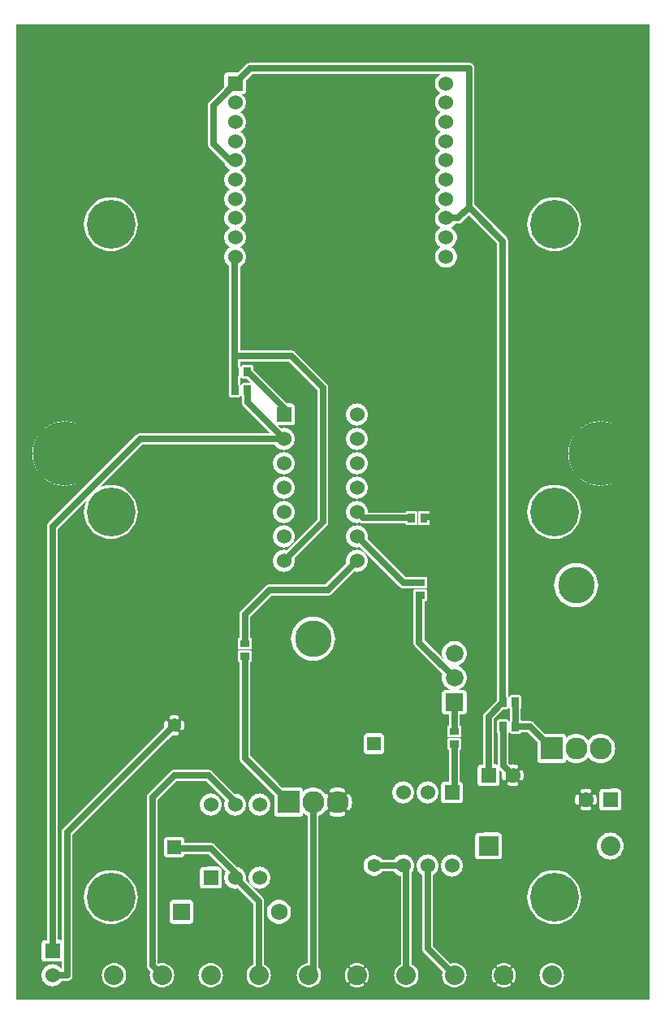
<source format=gbr>
G04 start of page 2 for group 0 idx 0 *
G04 Title: (unknown), component *
G04 Creator: pcb 20110918 *
G04 CreationDate: Fri 08 Jun 2012 08:05:57 PM GMT UTC *
G04 For: ed *
G04 Format: Gerber/RS-274X *
G04 PCB-Dimensions: 260000 400000 *
G04 PCB-Coordinate-Origin: lower left *
%MOIN*%
%FSLAX25Y25*%
%LNTOP*%
%ADD31C,0.1300*%
%ADD30C,0.0420*%
%ADD29C,0.0380*%
%ADD28C,0.0280*%
%ADD27C,0.0150*%
%ADD26C,0.0300*%
%ADD25C,0.0200*%
%ADD24C,0.2600*%
%ADD23C,0.1000*%
%ADD22C,0.2640*%
%ADD21C,0.2000*%
%ADD20R,0.0295X0.0295*%
%ADD19C,0.1500*%
%ADD18C,0.0720*%
%ADD17C,0.0680*%
%ADD16C,0.0550*%
%ADD15C,0.0900*%
%ADD14C,0.0800*%
%ADD13C,0.0600*%
%ADD12C,0.0250*%
%ADD11C,0.0001*%
G54D11*G36*
X239980Y400000D02*X260000D01*
Y0D01*
X239980D01*
Y59239D01*
X240099Y59099D01*
X240757Y58537D01*
X241495Y58084D01*
X242295Y57753D01*
X243137Y57551D01*
X244000Y57483D01*
X244863Y57551D01*
X245705Y57753D01*
X246505Y58084D01*
X247243Y58537D01*
X247901Y59099D01*
X248463Y59757D01*
X248916Y60495D01*
X249247Y61295D01*
X249449Y62137D01*
X249500Y63000D01*
X249449Y63863D01*
X249247Y64705D01*
X248916Y65505D01*
X248463Y66243D01*
X247901Y66901D01*
X247243Y67463D01*
X246505Y67916D01*
X245705Y68247D01*
X244863Y68449D01*
X244000Y68517D01*
X243137Y68449D01*
X242295Y68247D01*
X241495Y67916D01*
X240757Y67463D01*
X240099Y66901D01*
X239980Y66761D01*
Y77899D01*
X240116Y77783D01*
X240317Y77659D01*
X240535Y77569D01*
X240765Y77514D01*
X241000Y77500D01*
X247235Y77514D01*
X247465Y77569D01*
X247683Y77659D01*
X247884Y77783D01*
X248064Y77936D01*
X248217Y78116D01*
X248341Y78317D01*
X248431Y78535D01*
X248486Y78765D01*
X248500Y79000D01*
X248486Y85235D01*
X248431Y85465D01*
X248341Y85683D01*
X248217Y85884D01*
X248064Y86064D01*
X247884Y86217D01*
X247683Y86341D01*
X247465Y86431D01*
X247235Y86486D01*
X247000Y86500D01*
X240765Y86486D01*
X240535Y86431D01*
X240317Y86341D01*
X240116Y86217D01*
X239980Y86101D01*
Y96983D01*
X240000Y96981D01*
X240942Y97056D01*
X241860Y97276D01*
X242732Y97637D01*
X243538Y98131D01*
X244256Y98744D01*
X244869Y99462D01*
X245363Y100268D01*
X245724Y101140D01*
X245944Y102058D01*
X246000Y103000D01*
X245944Y103942D01*
X245724Y104860D01*
X245363Y105732D01*
X244869Y106538D01*
X244256Y107256D01*
X243538Y107869D01*
X242732Y108363D01*
X241860Y108724D01*
X240942Y108944D01*
X240000Y109019D01*
X239980Y109017D01*
Y210760D01*
X240000Y210758D01*
X242071Y210921D01*
X244092Y211406D01*
X246012Y212202D01*
X247783Y213287D01*
X249363Y214637D01*
X250713Y216217D01*
X251798Y217988D01*
X252594Y219908D01*
X253079Y221929D01*
X253201Y224000D01*
X253079Y226071D01*
X252594Y228092D01*
X251798Y230012D01*
X250713Y231783D01*
X249363Y233363D01*
X247783Y234713D01*
X246012Y235798D01*
X244092Y236594D01*
X242071Y237079D01*
X240000Y237242D01*
X239980Y237240D01*
Y400000D01*
G37*
G36*
Y0D02*X237613D01*
Y79853D01*
X237656Y79860D01*
X237768Y79897D01*
X237873Y79952D01*
X237968Y80022D01*
X238051Y80106D01*
X238119Y80202D01*
X238170Y80308D01*
X238318Y80716D01*
X238422Y81137D01*
X238484Y81567D01*
X238505Y82000D01*
X238484Y82433D01*
X238422Y82863D01*
X238318Y83284D01*
X238175Y83694D01*
X238122Y83800D01*
X238053Y83896D01*
X237970Y83981D01*
X237875Y84051D01*
X237769Y84106D01*
X237657Y84143D01*
X237613Y84151D01*
Y97494D01*
X238140Y97276D01*
X239058Y97056D01*
X239980Y96983D01*
Y86101D01*
X239936Y86064D01*
X239783Y85884D01*
X239659Y85683D01*
X239569Y85465D01*
X239514Y85235D01*
X239500Y85000D01*
X239514Y78765D01*
X239569Y78535D01*
X239659Y78317D01*
X239783Y78116D01*
X239936Y77936D01*
X239980Y77899D01*
Y66761D01*
X239537Y66243D01*
X239084Y65505D01*
X238753Y64705D01*
X238551Y63863D01*
X238483Y63000D01*
X238551Y62137D01*
X238753Y61295D01*
X239084Y60495D01*
X239537Y59757D01*
X239980Y59239D01*
Y0D01*
G37*
G36*
X237613D02*X234002D01*
Y77495D01*
X234433Y77516D01*
X234863Y77578D01*
X235284Y77682D01*
X235694Y77825D01*
X235800Y77878D01*
X235896Y77947D01*
X235981Y78030D01*
X236051Y78125D01*
X236106Y78231D01*
X236143Y78343D01*
X236163Y78460D01*
X236164Y78579D01*
X236146Y78696D01*
X236110Y78809D01*
X236057Y78915D01*
X235988Y79012D01*
X235905Y79096D01*
X235809Y79167D01*
X235704Y79221D01*
X235592Y79259D01*
X235475Y79278D01*
X235356Y79279D01*
X235239Y79261D01*
X235126Y79223D01*
X234855Y79124D01*
X234575Y79056D01*
X234289Y79014D01*
X234002Y79000D01*
Y85000D01*
X234289Y84986D01*
X234575Y84944D01*
X234855Y84876D01*
X235128Y84780D01*
X235239Y84742D01*
X235356Y84725D01*
X235474Y84725D01*
X235591Y84745D01*
X235703Y84782D01*
X235807Y84836D01*
X235902Y84906D01*
X235985Y84991D01*
X236054Y85087D01*
X236107Y85192D01*
X236143Y85305D01*
X236160Y85421D01*
X236159Y85539D01*
X236140Y85656D01*
X236103Y85768D01*
X236048Y85873D01*
X235978Y85968D01*
X235894Y86051D01*
X235798Y86119D01*
X235692Y86170D01*
X235284Y86318D01*
X234863Y86422D01*
X234433Y86484D01*
X234002Y86505D01*
Y98527D01*
X234256Y98744D01*
X234869Y99462D01*
X235000Y99676D01*
X235131Y99462D01*
X235744Y98744D01*
X236462Y98131D01*
X237268Y97637D01*
X237613Y97494D01*
Y84151D01*
X237540Y84163D01*
X237421Y84164D01*
X237304Y84146D01*
X237191Y84110D01*
X237085Y84057D01*
X236988Y83988D01*
X236904Y83905D01*
X236833Y83809D01*
X236779Y83704D01*
X236741Y83592D01*
X236722Y83475D01*
X236721Y83356D01*
X236739Y83239D01*
X236777Y83126D01*
X236876Y82855D01*
X236944Y82575D01*
X236986Y82289D01*
X237000Y82000D01*
X236986Y81711D01*
X236944Y81425D01*
X236876Y81145D01*
X236780Y80872D01*
X236742Y80761D01*
X236725Y80644D01*
X236725Y80526D01*
X236745Y80409D01*
X236782Y80297D01*
X236836Y80193D01*
X236906Y80098D01*
X236991Y80015D01*
X237087Y79946D01*
X237192Y79893D01*
X237305Y79857D01*
X237421Y79840D01*
X237539Y79841D01*
X237613Y79853D01*
Y0D01*
G37*
G36*
X234002D02*X230387D01*
Y36265D01*
X230831Y36991D01*
X231494Y38590D01*
X231898Y40274D01*
X232000Y42000D01*
X231898Y43726D01*
X231494Y45410D01*
X230831Y47009D01*
X230387Y47735D01*
Y79849D01*
X230460Y79837D01*
X230579Y79836D01*
X230696Y79854D01*
X230809Y79890D01*
X230915Y79943D01*
X231012Y80012D01*
X231096Y80095D01*
X231167Y80191D01*
X231221Y80296D01*
X231259Y80408D01*
X231278Y80525D01*
X231279Y80644D01*
X231261Y80761D01*
X231223Y80874D01*
X231124Y81145D01*
X231056Y81425D01*
X231014Y81711D01*
X231000Y82000D01*
X231014Y82289D01*
X231056Y82575D01*
X231124Y82855D01*
X231220Y83128D01*
X231258Y83239D01*
X231275Y83356D01*
X231275Y83474D01*
X231255Y83591D01*
X231218Y83703D01*
X231164Y83807D01*
X231094Y83902D01*
X231009Y83985D01*
X230913Y84054D01*
X230808Y84107D01*
X230695Y84143D01*
X230579Y84160D01*
X230461Y84159D01*
X230387Y84147D01*
Y97012D01*
X230942Y97056D01*
X231860Y97276D01*
X232732Y97637D01*
X233538Y98131D01*
X234002Y98527D01*
Y86505D01*
X234000Y86505D01*
X233567Y86484D01*
X233137Y86422D01*
X232716Y86318D01*
X232306Y86175D01*
X232200Y86122D01*
X232104Y86053D01*
X232019Y85970D01*
X231949Y85875D01*
X231894Y85769D01*
X231857Y85657D01*
X231837Y85540D01*
X231836Y85421D01*
X231854Y85304D01*
X231890Y85191D01*
X231943Y85085D01*
X232012Y84988D01*
X232095Y84904D01*
X232191Y84833D01*
X232296Y84779D01*
X232408Y84741D01*
X232525Y84722D01*
X232644Y84721D01*
X232761Y84739D01*
X232874Y84777D01*
X233145Y84876D01*
X233425Y84944D01*
X233711Y84986D01*
X234000Y85000D01*
X234002Y85000D01*
Y79000D01*
X234000Y79000D01*
X233711Y79014D01*
X233425Y79056D01*
X233145Y79124D01*
X232872Y79220D01*
X232761Y79258D01*
X232644Y79275D01*
X232526Y79275D01*
X232409Y79255D01*
X232297Y79218D01*
X232193Y79164D01*
X232098Y79094D01*
X232015Y79009D01*
X231946Y78913D01*
X231893Y78808D01*
X231857Y78695D01*
X231840Y78579D01*
X231841Y78461D01*
X231860Y78344D01*
X231897Y78232D01*
X231952Y78127D01*
X232022Y78032D01*
X232106Y77949D01*
X232202Y77881D01*
X232308Y77830D01*
X232716Y77682D01*
X233137Y77578D01*
X233567Y77516D01*
X234000Y77495D01*
X234002Y77495D01*
Y0D01*
G37*
G36*
X230387Y47735D02*X229927Y48486D01*
X228802Y49802D01*
X227486Y50927D01*
X226009Y51831D01*
X224410Y52494D01*
X224262Y52529D01*
Y97013D01*
X224735Y97014D01*
X224965Y97069D01*
X225183Y97159D01*
X225384Y97283D01*
X225564Y97436D01*
X225717Y97616D01*
X225841Y97817D01*
X225931Y98035D01*
X225986Y98265D01*
X226000Y98500D01*
X226000Y98526D01*
X226462Y98131D01*
X227268Y97637D01*
X228140Y97276D01*
X229058Y97056D01*
X230000Y96981D01*
X230387Y97012D01*
Y84147D01*
X230344Y84140D01*
X230232Y84103D01*
X230127Y84048D01*
X230032Y83978D01*
X229949Y83894D01*
X229881Y83798D01*
X229830Y83692D01*
X229682Y83284D01*
X229578Y82863D01*
X229516Y82433D01*
X229495Y82000D01*
X229516Y81567D01*
X229578Y81137D01*
X229682Y80716D01*
X229825Y80306D01*
X229878Y80200D01*
X229947Y80104D01*
X230030Y80019D01*
X230125Y79949D01*
X230231Y79894D01*
X230343Y79857D01*
X230387Y79849D01*
Y47735D01*
G37*
G36*
Y0D02*X224262D01*
Y7386D01*
X224469Y7723D01*
X224770Y8450D01*
X224954Y9215D01*
X225000Y10000D01*
X224954Y10785D01*
X224770Y11550D01*
X224469Y12277D01*
X224262Y12614D01*
Y31471D01*
X224410Y31506D01*
X226009Y32169D01*
X227486Y33073D01*
X228802Y34198D01*
X229927Y35514D01*
X230387Y36265D01*
Y0D01*
G37*
G36*
X224262Y400000D02*X239980D01*
Y237240D01*
X237929Y237079D01*
X235908Y236594D01*
X233988Y235798D01*
X232217Y234713D01*
X230637Y233363D01*
X229287Y231783D01*
X228202Y230012D01*
X227406Y228092D01*
X226921Y226071D01*
X226758Y224000D01*
X226921Y221929D01*
X227406Y219908D01*
X228202Y217988D01*
X229287Y216217D01*
X230637Y214637D01*
X232217Y213287D01*
X233988Y212202D01*
X235908Y211406D01*
X237929Y210921D01*
X239980Y210760D01*
Y109017D01*
X239058Y108944D01*
X238140Y108724D01*
X237268Y108363D01*
X236462Y107869D01*
X235744Y107256D01*
X235131Y106538D01*
X235000Y106324D01*
X234869Y106538D01*
X234256Y107256D01*
X233538Y107869D01*
X232732Y108363D01*
X231860Y108724D01*
X230942Y108944D01*
X230000Y109019D01*
X229058Y108944D01*
X228140Y108724D01*
X227268Y108363D01*
X226462Y107869D01*
X225987Y107463D01*
X225986Y107735D01*
X225931Y107965D01*
X225841Y108183D01*
X225717Y108384D01*
X225564Y108564D01*
X225384Y108717D01*
X225183Y108841D01*
X224965Y108931D01*
X224735Y108986D01*
X224500Y109000D01*
X224262Y109000D01*
Y163065D01*
X224694Y162696D01*
X225901Y161956D01*
X227210Y161414D01*
X228588Y161083D01*
X230000Y160972D01*
X231412Y161083D01*
X232790Y161414D01*
X234099Y161956D01*
X235306Y162696D01*
X236384Y163616D01*
X237304Y164694D01*
X238044Y165901D01*
X238586Y167210D01*
X238917Y168588D01*
X239000Y170000D01*
X238917Y171412D01*
X238586Y172790D01*
X238044Y174099D01*
X237304Y175306D01*
X236384Y176384D01*
X235306Y177304D01*
X234099Y178044D01*
X232790Y178586D01*
X231412Y178917D01*
X230000Y179028D01*
X228588Y178917D01*
X227210Y178586D01*
X225901Y178044D01*
X224694Y177304D01*
X224262Y176935D01*
Y189471D01*
X224410Y189506D01*
X226009Y190169D01*
X227486Y191073D01*
X228802Y192198D01*
X229927Y193514D01*
X230831Y194991D01*
X231494Y196590D01*
X231898Y198274D01*
X232000Y200000D01*
X231898Y201726D01*
X231494Y203410D01*
X230831Y205009D01*
X229927Y206486D01*
X228802Y207802D01*
X227486Y208927D01*
X226009Y209831D01*
X224410Y210494D01*
X224262Y210529D01*
Y307471D01*
X224410Y307506D01*
X226009Y308169D01*
X227486Y309073D01*
X228802Y310198D01*
X229927Y311514D01*
X230831Y312991D01*
X231494Y314590D01*
X231898Y316274D01*
X232000Y318000D01*
X231898Y319726D01*
X231494Y321410D01*
X230831Y323009D01*
X229927Y324486D01*
X228802Y325802D01*
X227486Y326927D01*
X226009Y327831D01*
X224410Y328494D01*
X224262Y328529D01*
Y400000D01*
G37*
G36*
X194000Y313818D02*X197632Y310186D01*
Y124602D01*
X197594Y124558D01*
X197512Y124423D01*
X197452Y124278D01*
X197415Y124125D01*
X197406Y123968D01*
X197409Y122709D01*
X194000Y119300D01*
Y313818D01*
G37*
G36*
X204002Y11544D02*X204036Y11467D01*
X204157Y11112D01*
X204245Y10746D01*
X204297Y10375D01*
X204315Y10000D01*
X204297Y9625D01*
X204245Y9254D01*
X204157Y8888D01*
X204036Y8533D01*
X204002Y8456D01*
Y11544D01*
G37*
G36*
X207613Y109750D02*X210068D01*
X214003Y105815D01*
X214014Y98265D01*
X214069Y98035D01*
X214159Y97817D01*
X214283Y97616D01*
X214436Y97436D01*
X214616Y97283D01*
X214817Y97159D01*
X215035Y97069D01*
X215265Y97014D01*
X215500Y97000D01*
X224262Y97013D01*
Y52529D01*
X222726Y52898D01*
X221000Y53034D01*
X219274Y52898D01*
X217590Y52494D01*
X215991Y51831D01*
X214514Y50927D01*
X213198Y49802D01*
X212073Y48486D01*
X211169Y47009D01*
X210506Y45410D01*
X210102Y43726D01*
X209966Y42000D01*
X210102Y40274D01*
X210506Y38590D01*
X211169Y36991D01*
X212073Y35514D01*
X213198Y34198D01*
X214514Y33073D01*
X215991Y32169D01*
X217590Y31506D01*
X219274Y31102D01*
X221000Y30966D01*
X222726Y31102D01*
X224262Y31471D01*
Y12614D01*
X224058Y12948D01*
X223546Y13546D01*
X222948Y14058D01*
X222277Y14469D01*
X221550Y14770D01*
X220785Y14954D01*
X220000Y15015D01*
X219215Y14954D01*
X218450Y14770D01*
X217723Y14469D01*
X217052Y14058D01*
X216454Y13546D01*
X215942Y12948D01*
X215531Y12277D01*
X215230Y11550D01*
X215046Y10785D01*
X214985Y10000D01*
X215046Y9215D01*
X215230Y8450D01*
X215531Y7723D01*
X215942Y7052D01*
X216454Y6454D01*
X217052Y5942D01*
X217723Y5531D01*
X218450Y5230D01*
X219215Y5046D01*
X220000Y4985D01*
X220785Y5046D01*
X221550Y5230D01*
X222277Y5531D01*
X222948Y5942D01*
X223546Y6454D01*
X224058Y7052D01*
X224262Y7386D01*
Y0D01*
X207613D01*
Y89853D01*
X207656Y89860D01*
X207768Y89897D01*
X207873Y89952D01*
X207968Y90022D01*
X208051Y90106D01*
X208119Y90202D01*
X208170Y90308D01*
X208318Y90716D01*
X208422Y91137D01*
X208484Y91567D01*
X208505Y92000D01*
X208484Y92433D01*
X208422Y92863D01*
X208318Y93284D01*
X208175Y93694D01*
X208122Y93800D01*
X208053Y93896D01*
X207970Y93981D01*
X207875Y94051D01*
X207769Y94106D01*
X207657Y94143D01*
X207613Y94151D01*
Y109750D01*
G37*
G36*
X204002Y109033D02*X206751Y109041D01*
X206904Y109078D01*
X207049Y109138D01*
X207184Y109220D01*
X207303Y109323D01*
X207406Y109442D01*
X207488Y109577D01*
X207548Y109722D01*
X207555Y109750D01*
X207613D01*
Y94151D01*
X207540Y94163D01*
X207421Y94164D01*
X207304Y94146D01*
X207191Y94110D01*
X207085Y94057D01*
X206988Y93988D01*
X206904Y93905D01*
X206833Y93809D01*
X206779Y93704D01*
X206741Y93592D01*
X206722Y93475D01*
X206721Y93356D01*
X206739Y93239D01*
X206777Y93126D01*
X206876Y92855D01*
X206944Y92575D01*
X206986Y92289D01*
X207000Y92000D01*
X206986Y91711D01*
X206944Y91425D01*
X206876Y91145D01*
X206780Y90872D01*
X206742Y90761D01*
X206725Y90644D01*
X206725Y90526D01*
X206745Y90409D01*
X206782Y90297D01*
X206836Y90193D01*
X206906Y90098D01*
X206991Y90015D01*
X207087Y89946D01*
X207192Y89893D01*
X207305Y89857D01*
X207421Y89840D01*
X207539Y89841D01*
X207613Y89853D01*
Y0D01*
X204002D01*
Y7111D01*
X204074Y7098D01*
X204153Y7097D01*
X204231Y7108D01*
X204306Y7132D01*
X204376Y7166D01*
X204441Y7212D01*
X204497Y7267D01*
X204543Y7331D01*
X204779Y7736D01*
X204972Y8165D01*
X205123Y8609D01*
X205233Y9066D01*
X205298Y9531D01*
X205321Y10000D01*
X205298Y10469D01*
X205233Y10934D01*
X205123Y11391D01*
X204972Y11835D01*
X204779Y12264D01*
X204547Y12672D01*
X204500Y12736D01*
X204443Y12792D01*
X204379Y12837D01*
X204307Y12872D01*
X204232Y12896D01*
X204153Y12907D01*
X204074Y12906D01*
X204002Y12894D01*
Y87495D01*
X204433Y87516D01*
X204863Y87578D01*
X205284Y87682D01*
X205694Y87825D01*
X205800Y87878D01*
X205896Y87947D01*
X205981Y88030D01*
X206051Y88125D01*
X206106Y88231D01*
X206143Y88343D01*
X206163Y88460D01*
X206164Y88579D01*
X206146Y88696D01*
X206110Y88809D01*
X206057Y88915D01*
X205988Y89012D01*
X205905Y89096D01*
X205809Y89167D01*
X205704Y89221D01*
X205592Y89259D01*
X205475Y89278D01*
X205356Y89279D01*
X205239Y89261D01*
X205126Y89223D01*
X204855Y89124D01*
X204575Y89056D01*
X204289Y89014D01*
X204002Y89000D01*
Y89743D01*
X204353Y89771D01*
X204697Y89854D01*
X205025Y89989D01*
X205327Y90174D01*
X205596Y90404D01*
X205826Y90673D01*
X206011Y90975D01*
X206146Y91303D01*
X206229Y91647D01*
X206257Y92000D01*
X206229Y92353D01*
X206146Y92697D01*
X206011Y93025D01*
X205826Y93327D01*
X205591Y93591D01*
X204191Y94991D01*
X204289Y94986D01*
X204575Y94944D01*
X204855Y94876D01*
X205128Y94780D01*
X205239Y94742D01*
X205356Y94725D01*
X205474Y94725D01*
X205591Y94745D01*
X205703Y94782D01*
X205807Y94836D01*
X205902Y94906D01*
X205985Y94991D01*
X206054Y95087D01*
X206107Y95192D01*
X206143Y95305D01*
X206160Y95421D01*
X206159Y95539D01*
X206140Y95656D01*
X206103Y95768D01*
X206048Y95873D01*
X205978Y95968D01*
X205894Y96051D01*
X205798Y96119D01*
X205692Y96170D01*
X205284Y96318D01*
X204863Y96422D01*
X204433Y96484D01*
X204002Y96505D01*
Y109033D01*
G37*
G36*
Y400000D02*X224262D01*
Y328529D01*
X222726Y328898D01*
X221000Y329034D01*
X219274Y328898D01*
X217590Y328494D01*
X215991Y327831D01*
X214514Y326927D01*
X213198Y325802D01*
X212073Y324486D01*
X211169Y323009D01*
X210506Y321410D01*
X210102Y319726D01*
X209966Y318000D01*
X210102Y316274D01*
X210506Y314590D01*
X211169Y312991D01*
X212073Y311514D01*
X213198Y310198D01*
X214514Y309073D01*
X215991Y308169D01*
X217590Y307506D01*
X219274Y307102D01*
X221000Y306966D01*
X222726Y307102D01*
X224262Y307471D01*
Y210529D01*
X222726Y210898D01*
X221000Y211034D01*
X219274Y210898D01*
X217590Y210494D01*
X215991Y209831D01*
X214514Y208927D01*
X213198Y207802D01*
X212073Y206486D01*
X211169Y205009D01*
X210506Y203410D01*
X210102Y201726D01*
X209966Y200000D01*
X210102Y198274D01*
X210506Y196590D01*
X211169Y194991D01*
X212073Y193514D01*
X213198Y192198D01*
X214514Y191073D01*
X215991Y190169D01*
X217590Y189506D01*
X219274Y189102D01*
X221000Y188966D01*
X222726Y189102D01*
X224262Y189471D01*
Y176935D01*
X223616Y176384D01*
X222696Y175306D01*
X221956Y174099D01*
X221414Y172790D01*
X221083Y171412D01*
X220972Y170000D01*
X221083Y168588D01*
X221414Y167210D01*
X221956Y165901D01*
X222696Y164694D01*
X223616Y163616D01*
X224262Y163065D01*
Y109000D01*
X217193Y108989D01*
X212653Y113529D01*
X212596Y113596D01*
X212327Y113826D01*
X212327Y113826D01*
X212212Y113896D01*
X212025Y114011D01*
X211793Y114107D01*
X211697Y114146D01*
X211353Y114229D01*
X211000Y114257D01*
X210912Y114250D01*
X207555D01*
X207548Y114278D01*
X207488Y114423D01*
X207406Y114558D01*
X207303Y114677D01*
X207250Y114723D01*
Y119398D01*
X207288Y119442D01*
X207370Y119577D01*
X207430Y119722D01*
X207467Y119875D01*
X207476Y120032D01*
X207467Y124125D01*
X207430Y124278D01*
X207370Y124423D01*
X207288Y124558D01*
X207185Y124677D01*
X207066Y124780D01*
X206931Y124862D01*
X206786Y124922D01*
X206633Y124959D01*
X206476Y124968D01*
X204002Y124961D01*
Y400000D01*
G37*
G36*
Y0D02*X200317D01*
Y4995D01*
X200784Y5017D01*
X201249Y5082D01*
X201706Y5192D01*
X202150Y5343D01*
X202579Y5536D01*
X202987Y5768D01*
X203051Y5815D01*
X203107Y5872D01*
X203152Y5936D01*
X203187Y6008D01*
X203211Y6083D01*
X203222Y6162D01*
X203221Y6241D01*
X203208Y6320D01*
X203182Y6395D01*
X203145Y6465D01*
X203098Y6529D01*
X203041Y6584D01*
X202976Y6630D01*
X202905Y6665D01*
X202829Y6688D01*
X202750Y6700D01*
X202671Y6699D01*
X202593Y6685D01*
X202518Y6660D01*
X202448Y6621D01*
X202124Y6432D01*
X201782Y6279D01*
X201427Y6158D01*
X201061Y6070D01*
X200690Y6018D01*
X200317Y6000D01*
Y14000D01*
X200690Y13982D01*
X201061Y13930D01*
X201427Y13842D01*
X201782Y13721D01*
X202124Y13568D01*
X202450Y13382D01*
X202519Y13344D01*
X202594Y13319D01*
X202671Y13306D01*
X202750Y13305D01*
X202828Y13316D01*
X202903Y13339D01*
X202974Y13374D01*
X203038Y13419D01*
X203094Y13474D01*
X203142Y13537D01*
X203178Y13607D01*
X203203Y13681D01*
X203217Y13759D01*
X203218Y13838D01*
X203207Y13916D01*
X203183Y13991D01*
X203149Y14061D01*
X203103Y14126D01*
X203048Y14182D01*
X202984Y14228D01*
X202579Y14464D01*
X202150Y14657D01*
X201706Y14808D01*
X201249Y14918D01*
X200784Y14983D01*
X200317Y15005D01*
Y89865D01*
X200343Y89857D01*
X200460Y89837D01*
X200579Y89836D01*
X200696Y89854D01*
X200809Y89890D01*
X200915Y89943D01*
X201012Y90012D01*
X201096Y90095D01*
X201167Y90191D01*
X201221Y90296D01*
X201259Y90408D01*
X201278Y90525D01*
X201279Y90644D01*
X201261Y90761D01*
X201223Y90874D01*
X201124Y91145D01*
X201056Y91425D01*
X201014Y91711D01*
X201009Y91809D01*
X202409Y90409D01*
X202673Y90174D01*
X202975Y89989D01*
X203303Y89854D01*
X203647Y89771D01*
X204000Y89743D01*
X204002Y89743D01*
Y89000D01*
X204000Y89000D01*
X203711Y89014D01*
X203425Y89056D01*
X203145Y89124D01*
X202872Y89220D01*
X202761Y89258D01*
X202644Y89275D01*
X202526Y89275D01*
X202409Y89255D01*
X202297Y89218D01*
X202193Y89164D01*
X202098Y89094D01*
X202015Y89009D01*
X201946Y88913D01*
X201893Y88808D01*
X201857Y88695D01*
X201840Y88579D01*
X201841Y88461D01*
X201860Y88344D01*
X201897Y88232D01*
X201952Y88127D01*
X202022Y88032D01*
X202106Y87949D01*
X202202Y87881D01*
X202308Y87830D01*
X202716Y87682D01*
X203137Y87578D01*
X203567Y87516D01*
X204000Y87495D01*
X204002Y87495D01*
Y12894D01*
X203995Y12893D01*
X203920Y12867D01*
X203850Y12830D01*
X203786Y12783D01*
X203731Y12726D01*
X203685Y12661D01*
X203650Y12590D01*
X203627Y12514D01*
X203615Y12435D01*
X203616Y12356D01*
X203630Y12278D01*
X203655Y12203D01*
X203694Y12133D01*
X203883Y11809D01*
X204002Y11544D01*
Y8456D01*
X203883Y8191D01*
X203697Y7865D01*
X203659Y7796D01*
X203634Y7721D01*
X203621Y7644D01*
X203620Y7565D01*
X203631Y7487D01*
X203654Y7412D01*
X203689Y7341D01*
X203734Y7277D01*
X203789Y7221D01*
X203852Y7173D01*
X203922Y7137D01*
X203996Y7112D01*
X204002Y7111D01*
Y0D01*
G37*
G36*
X200317D02*X196162D01*
Y7232D01*
X196187Y7208D01*
X196251Y7163D01*
X196323Y7128D01*
X196398Y7104D01*
X196477Y7093D01*
X196556Y7094D01*
X196635Y7107D01*
X196710Y7133D01*
X196780Y7170D01*
X196844Y7217D01*
X196899Y7274D01*
X196945Y7339D01*
X196980Y7410D01*
X197003Y7486D01*
X197015Y7565D01*
X197014Y7644D01*
X197000Y7722D01*
X196975Y7797D01*
X196936Y7867D01*
X196747Y8191D01*
X196594Y8533D01*
X196473Y8888D01*
X196385Y9254D01*
X196333Y9625D01*
X196315Y10000D01*
X196333Y10375D01*
X196385Y10746D01*
X196473Y11112D01*
X196594Y11467D01*
X196747Y11809D01*
X196933Y12136D01*
X196971Y12204D01*
X196996Y12279D01*
X197009Y12356D01*
X197010Y12435D01*
X196999Y12513D01*
X196976Y12588D01*
X196941Y12659D01*
X196896Y12723D01*
X196841Y12779D01*
X196778Y12827D01*
X196708Y12863D01*
X196634Y12888D01*
X196556Y12902D01*
X196477Y12903D01*
X196399Y12892D01*
X196324Y12868D01*
X196254Y12834D01*
X196189Y12788D01*
X196162Y12762D01*
Y57510D01*
X198235Y57514D01*
X198465Y57569D01*
X198683Y57659D01*
X198884Y57783D01*
X199064Y57936D01*
X199217Y58116D01*
X199341Y58317D01*
X199431Y58535D01*
X199486Y58765D01*
X199500Y59000D01*
X199486Y67235D01*
X199431Y67465D01*
X199341Y67683D01*
X199217Y67884D01*
X199064Y68064D01*
X198884Y68217D01*
X198683Y68341D01*
X198465Y68431D01*
X198235Y68486D01*
X198000Y68500D01*
X196162Y68497D01*
Y87512D01*
X197235Y87514D01*
X197465Y87569D01*
X197683Y87659D01*
X197884Y87783D01*
X198064Y87936D01*
X198217Y88116D01*
X198341Y88317D01*
X198431Y88535D01*
X198486Y88765D01*
X198500Y89000D01*
X198488Y94330D01*
X199653Y93165D01*
X199578Y92863D01*
X199516Y92433D01*
X199495Y92000D01*
X199516Y91567D01*
X199578Y91137D01*
X199682Y90716D01*
X199825Y90306D01*
X199878Y90200D01*
X199947Y90104D01*
X200030Y90019D01*
X200125Y89949D01*
X200231Y89894D01*
X200317Y89865D01*
Y15005D01*
X200315Y15006D01*
X199846Y14983D01*
X199381Y14918D01*
X198924Y14808D01*
X198480Y14657D01*
X198051Y14464D01*
X197643Y14232D01*
X197579Y14185D01*
X197523Y14128D01*
X197478Y14064D01*
X197443Y13992D01*
X197419Y13917D01*
X197408Y13838D01*
X197409Y13759D01*
X197422Y13680D01*
X197448Y13605D01*
X197485Y13535D01*
X197532Y13471D01*
X197589Y13416D01*
X197654Y13370D01*
X197725Y13335D01*
X197801Y13312D01*
X197880Y13300D01*
X197959Y13301D01*
X198037Y13315D01*
X198112Y13340D01*
X198182Y13379D01*
X198506Y13568D01*
X198848Y13721D01*
X199203Y13842D01*
X199568Y13930D01*
X199940Y13982D01*
X200315Y14000D01*
X200317Y14000D01*
Y6000D01*
X200315Y6000D01*
X199940Y6018D01*
X199568Y6070D01*
X199203Y6158D01*
X198848Y6279D01*
X198506Y6432D01*
X198180Y6618D01*
X198111Y6656D01*
X198036Y6681D01*
X197959Y6694D01*
X197880Y6695D01*
X197802Y6684D01*
X197727Y6661D01*
X197656Y6626D01*
X197592Y6581D01*
X197536Y6526D01*
X197488Y6463D01*
X197452Y6393D01*
X197426Y6319D01*
X197413Y6241D01*
X197412Y6162D01*
X197423Y6084D01*
X197447Y6009D01*
X197481Y5939D01*
X197527Y5874D01*
X197582Y5818D01*
X197646Y5772D01*
X198051Y5536D01*
X198480Y5343D01*
X198924Y5192D01*
X199381Y5082D01*
X199846Y5017D01*
X200315Y4994D01*
X200317Y4995D01*
Y0D01*
G37*
G36*
X196162Y68497D02*X194000Y68493D01*
Y87507D01*
X196162Y87512D01*
Y68497D01*
G37*
G36*
Y0D02*X194000D01*
Y57507D01*
X196162Y57510D01*
Y12762D01*
X196133Y12733D01*
X196087Y12669D01*
X195851Y12264D01*
X195658Y11835D01*
X195507Y11391D01*
X195397Y10934D01*
X195332Y10469D01*
X195309Y10000D01*
X195332Y9531D01*
X195397Y9066D01*
X195507Y8609D01*
X195658Y8165D01*
X195851Y7736D01*
X196083Y7328D01*
X196130Y7264D01*
X196162Y7232D01*
Y0D01*
G37*
G36*
X194000Y400000D02*X204002D01*
Y124961D01*
X203367Y124959D01*
X203214Y124922D01*
X203069Y124862D01*
X202934Y124780D01*
X202815Y124677D01*
X202712Y124558D01*
X202630Y124423D01*
X202570Y124278D01*
X202533Y124125D01*
X202524Y123968D01*
X202533Y119875D01*
X202570Y119722D01*
X202630Y119577D01*
X202712Y119442D01*
X202750Y119398D01*
Y114426D01*
X202748Y114423D01*
X202688Y114278D01*
X202651Y114125D01*
X202642Y113968D01*
X202651Y109875D01*
X202688Y109722D01*
X202748Y109577D01*
X202830Y109442D01*
X202933Y109323D01*
X203052Y109220D01*
X203187Y109138D01*
X203332Y109078D01*
X203485Y109041D01*
X203642Y109032D01*
X204002Y109033D01*
Y96505D01*
X204000Y96505D01*
X203567Y96484D01*
X203137Y96422D01*
X202835Y96347D01*
X202250Y96932D01*
Y109398D01*
X202288Y109442D01*
X202370Y109577D01*
X202430Y109722D01*
X202467Y109875D01*
X202476Y110032D01*
X202467Y114125D01*
X202430Y114278D01*
X202370Y114423D01*
X202288Y114558D01*
X202185Y114677D01*
X202066Y114780D01*
X201931Y114862D01*
X201786Y114922D01*
X201633Y114959D01*
X201476Y114968D01*
X198367Y114959D01*
X198214Y114922D01*
X198069Y114862D01*
X197934Y114780D01*
X197815Y114677D01*
X197712Y114558D01*
X197630Y114423D01*
X197570Y114278D01*
X197533Y114125D01*
X197524Y113968D01*
X197533Y109875D01*
X197570Y109722D01*
X197630Y109577D01*
X197712Y109442D01*
X197750Y109398D01*
Y96300D01*
X197683Y96341D01*
X197465Y96431D01*
X197235Y96486D01*
X197000Y96500D01*
X196250Y96498D01*
Y115186D01*
X200101Y119037D01*
X201515Y119041D01*
X201668Y119078D01*
X201813Y119138D01*
X201948Y119220D01*
X202067Y119323D01*
X202170Y119442D01*
X202252Y119577D01*
X202312Y119722D01*
X202349Y119875D01*
X202358Y120032D01*
X202349Y124125D01*
X202312Y124278D01*
X202252Y124423D01*
X202170Y124558D01*
X202132Y124602D01*
Y311030D01*
X202139Y311118D01*
X202111Y311471D01*
X202028Y311815D01*
X201989Y311911D01*
X201893Y312143D01*
X201778Y312330D01*
X201708Y312445D01*
X201708Y312445D01*
X201478Y312714D01*
X201411Y312771D01*
X194000Y320182D01*
Y400000D01*
G37*
G36*
Y0D02*X174743D01*
Y12075D01*
X175241Y11577D01*
X175230Y11550D01*
X175046Y10785D01*
X174985Y10000D01*
X175046Y9215D01*
X175230Y8450D01*
X175531Y7723D01*
X175942Y7052D01*
X176454Y6454D01*
X177052Y5942D01*
X177723Y5531D01*
X178450Y5230D01*
X179215Y5046D01*
X180000Y4985D01*
X180785Y5046D01*
X181550Y5230D01*
X182277Y5531D01*
X182948Y5942D01*
X183546Y6454D01*
X184058Y7052D01*
X184469Y7723D01*
X184770Y8450D01*
X184954Y9215D01*
X185000Y10000D01*
X184954Y10785D01*
X184770Y11550D01*
X184469Y12277D01*
X184058Y12948D01*
X183546Y13546D01*
X182948Y14058D01*
X182277Y14469D01*
X181550Y14770D01*
X180785Y14954D01*
X180000Y15015D01*
X179215Y14954D01*
X178450Y14770D01*
X178423Y14759D01*
X174743Y18439D01*
Y53518D01*
X174978Y52951D01*
X175348Y52347D01*
X175808Y51808D01*
X176347Y51348D01*
X176951Y50978D01*
X177605Y50707D01*
X178294Y50542D01*
X179000Y50486D01*
X179706Y50542D01*
X180395Y50707D01*
X181049Y50978D01*
X181653Y51348D01*
X182192Y51808D01*
X182652Y52347D01*
X183022Y52951D01*
X183293Y53605D01*
X183458Y54294D01*
X183500Y55000D01*
X183458Y55706D01*
X183293Y56395D01*
X183022Y57049D01*
X182652Y57653D01*
X182192Y58192D01*
X181653Y58652D01*
X181049Y59022D01*
X180395Y59293D01*
X179706Y59458D01*
X179000Y59514D01*
X178294Y59458D01*
X177605Y59293D01*
X176951Y59022D01*
X176347Y58652D01*
X175808Y58192D01*
X175348Y57653D01*
X174978Y57049D01*
X174743Y56482D01*
Y81180D01*
X174783Y81116D01*
X174936Y80936D01*
X175116Y80783D01*
X175317Y80659D01*
X175535Y80569D01*
X175765Y80514D01*
X176000Y80500D01*
X182235Y80514D01*
X182465Y80569D01*
X182683Y80659D01*
X182884Y80783D01*
X183064Y80936D01*
X183217Y81116D01*
X183341Y81317D01*
X183431Y81535D01*
X183486Y81765D01*
X183500Y82000D01*
X183486Y88235D01*
X183431Y88465D01*
X183341Y88683D01*
X183217Y88884D01*
X183064Y89064D01*
X182884Y89217D01*
X182683Y89341D01*
X182465Y89431D01*
X182250Y89483D01*
Y102445D01*
X182278Y102452D01*
X182423Y102512D01*
X182558Y102594D01*
X182677Y102697D01*
X182780Y102816D01*
X182862Y102951D01*
X182922Y103096D01*
X182959Y103249D01*
X182968Y103406D01*
X182959Y106515D01*
X182922Y106668D01*
X182862Y106813D01*
X182780Y106948D01*
X182677Y107067D01*
X182558Y107170D01*
X182423Y107252D01*
X182278Y107312D01*
X182125Y107349D01*
X181968Y107358D01*
X177875Y107349D01*
X177722Y107312D01*
X177577Y107252D01*
X177442Y107170D01*
X177323Y107067D01*
X177220Y106948D01*
X177138Y106813D01*
X177078Y106668D01*
X177041Y106515D01*
X177032Y106358D01*
X177041Y103249D01*
X177078Y103096D01*
X177138Y102951D01*
X177220Y102816D01*
X177323Y102697D01*
X177442Y102594D01*
X177577Y102512D01*
X177722Y102452D01*
X177750Y102445D01*
Y89491D01*
X175765Y89486D01*
X175535Y89431D01*
X175317Y89341D01*
X175116Y89217D01*
X174936Y89064D01*
X174783Y88884D01*
X174743Y88820D01*
Y134075D01*
X175165Y133653D01*
X175135Y133581D01*
X174947Y132800D01*
X174884Y132000D01*
X174947Y131200D01*
X175135Y130419D01*
X175442Y129678D01*
X175861Y128993D01*
X176383Y128383D01*
X176993Y127861D01*
X177678Y127442D01*
X178419Y127135D01*
X178602Y127091D01*
X176165Y127086D01*
X175935Y127031D01*
X175717Y126941D01*
X175516Y126817D01*
X175336Y126664D01*
X175183Y126484D01*
X175059Y126283D01*
X174969Y126065D01*
X174914Y125835D01*
X174900Y125600D01*
X174914Y118165D01*
X174969Y117935D01*
X175059Y117717D01*
X175183Y117516D01*
X175336Y117336D01*
X175516Y117183D01*
X175717Y117059D01*
X175935Y116969D01*
X176165Y116914D01*
X176400Y116900D01*
X177750Y116903D01*
Y112437D01*
X177722Y112430D01*
X177577Y112370D01*
X177442Y112288D01*
X177323Y112185D01*
X177220Y112066D01*
X177138Y111931D01*
X177078Y111786D01*
X177041Y111633D01*
X177032Y111476D01*
X177041Y108367D01*
X177078Y108214D01*
X177138Y108069D01*
X177220Y107934D01*
X177323Y107815D01*
X177442Y107712D01*
X177577Y107630D01*
X177722Y107570D01*
X177875Y107533D01*
X178032Y107524D01*
X182125Y107533D01*
X182278Y107570D01*
X182423Y107630D01*
X182558Y107712D01*
X182677Y107815D01*
X182780Y107934D01*
X182862Y108069D01*
X182922Y108214D01*
X182959Y108367D01*
X182968Y108524D01*
X182959Y111633D01*
X182922Y111786D01*
X182862Y111931D01*
X182780Y112066D01*
X182677Y112185D01*
X182558Y112288D01*
X182423Y112370D01*
X182278Y112430D01*
X182250Y112437D01*
Y116911D01*
X183835Y116914D01*
X184065Y116969D01*
X184283Y117059D01*
X184484Y117183D01*
X184664Y117336D01*
X184817Y117516D01*
X184941Y117717D01*
X185031Y117935D01*
X185086Y118165D01*
X185100Y118400D01*
X185086Y125835D01*
X185031Y126065D01*
X184941Y126283D01*
X184817Y126484D01*
X184664Y126664D01*
X184484Y126817D01*
X184283Y126941D01*
X184065Y127031D01*
X183835Y127086D01*
X183600Y127100D01*
X181420Y127096D01*
X181581Y127135D01*
X182322Y127442D01*
X183007Y127861D01*
X183617Y128383D01*
X184139Y128993D01*
X184558Y129678D01*
X184865Y130419D01*
X185053Y131200D01*
X185100Y132000D01*
X185053Y132800D01*
X184865Y133581D01*
X184558Y134322D01*
X184139Y135007D01*
X183617Y135617D01*
X183007Y136139D01*
X182322Y136558D01*
X181581Y136865D01*
X181020Y137000D01*
X181581Y137135D01*
X182322Y137442D01*
X183007Y137861D01*
X183617Y138383D01*
X184139Y138993D01*
X184558Y139678D01*
X184865Y140419D01*
X185053Y141200D01*
X185100Y142000D01*
X185053Y142800D01*
X184865Y143581D01*
X184558Y144322D01*
X184139Y145007D01*
X183617Y145617D01*
X183007Y146139D01*
X182322Y146558D01*
X181581Y146865D01*
X180800Y147053D01*
X180000Y147116D01*
X179200Y147053D01*
X178419Y146865D01*
X177678Y146558D01*
X176993Y146139D01*
X176383Y145617D01*
X175861Y145007D01*
X175442Y144322D01*
X175135Y143581D01*
X174947Y142800D01*
X174884Y142000D01*
X174947Y141200D01*
X175135Y140419D01*
X175398Y139784D01*
X174743Y140439D01*
Y300598D01*
X175205Y300407D01*
X175894Y300242D01*
X176600Y300186D01*
X177306Y300242D01*
X177995Y300407D01*
X178649Y300678D01*
X179253Y301048D01*
X179792Y301508D01*
X180252Y302047D01*
X180622Y302651D01*
X180893Y303305D01*
X181058Y303994D01*
X181100Y304700D01*
X181058Y305406D01*
X180893Y306095D01*
X180622Y306749D01*
X180252Y307353D01*
X179792Y307892D01*
X179253Y308352D01*
X178767Y308650D01*
X179253Y308948D01*
X179792Y309408D01*
X180252Y309947D01*
X180622Y310551D01*
X180893Y311205D01*
X181058Y311894D01*
X181100Y312600D01*
X181058Y313306D01*
X180893Y313995D01*
X180622Y314649D01*
X180252Y315253D01*
X179792Y315792D01*
X179253Y316252D01*
X178767Y316550D01*
X179253Y316848D01*
X179792Y317308D01*
X180252Y317847D01*
X180499Y318250D01*
X181412D01*
X181500Y318243D01*
X181853Y318271D01*
X181853Y318271D01*
X182197Y318354D01*
X182525Y318489D01*
X182827Y318674D01*
X183096Y318904D01*
X183153Y318971D01*
X186000Y321818D01*
X194000Y313818D01*
Y119300D01*
X192471Y117771D01*
X192404Y117714D01*
X192174Y117445D01*
X191989Y117143D01*
X191854Y116815D01*
X191771Y116471D01*
X191771Y116471D01*
X191743Y116118D01*
X191750Y116030D01*
Y96488D01*
X190765Y96486D01*
X190535Y96431D01*
X190317Y96341D01*
X190116Y96217D01*
X189936Y96064D01*
X189783Y95884D01*
X189659Y95683D01*
X189569Y95465D01*
X189514Y95235D01*
X189500Y95000D01*
X189514Y88765D01*
X189569Y88535D01*
X189659Y88317D01*
X189783Y88116D01*
X189936Y87936D01*
X190116Y87783D01*
X190317Y87659D01*
X190535Y87569D01*
X190765Y87514D01*
X191000Y87500D01*
X194000Y87507D01*
Y68493D01*
X189765Y68486D01*
X189535Y68431D01*
X189317Y68341D01*
X189116Y68217D01*
X188936Y68064D01*
X188783Y67884D01*
X188659Y67683D01*
X188569Y67465D01*
X188514Y67235D01*
X188500Y67000D01*
X188514Y58765D01*
X188569Y58535D01*
X188659Y58317D01*
X188783Y58116D01*
X188936Y57936D01*
X189116Y57783D01*
X189317Y57659D01*
X189535Y57569D01*
X189765Y57514D01*
X190000Y57500D01*
X194000Y57507D01*
Y0D01*
G37*
G36*
X174743Y400000D02*X194000D01*
Y320182D01*
X188250Y325932D01*
Y381912D01*
X188257Y382000D01*
X188229Y382353D01*
X188146Y382697D01*
X188011Y383025D01*
X187826Y383327D01*
X187596Y383596D01*
X187327Y383826D01*
X187025Y384011D01*
X186697Y384146D01*
X186353Y384229D01*
X186000Y384257D01*
X185912Y384250D01*
X174743D01*
Y400000D01*
G37*
G36*
X168993Y139825D02*X174743Y134075D01*
Y88820D01*
X174659Y88683D01*
X174569Y88465D01*
X174514Y88235D01*
X174500Y88000D01*
X174514Y81765D01*
X174569Y81535D01*
X174659Y81317D01*
X174743Y81180D01*
Y56482D01*
X174707Y56395D01*
X174542Y55706D01*
X174486Y55000D01*
X174542Y54294D01*
X174707Y53605D01*
X174743Y53518D01*
Y18439D01*
X171250Y21932D01*
Y51101D01*
X171653Y51348D01*
X172192Y51808D01*
X172652Y52347D01*
X173022Y52951D01*
X173293Y53605D01*
X173458Y54294D01*
X173500Y55000D01*
X173458Y55706D01*
X173293Y56395D01*
X173022Y57049D01*
X172652Y57653D01*
X172192Y58192D01*
X171653Y58652D01*
X171049Y59022D01*
X170395Y59293D01*
X169706Y59458D01*
X169000Y59514D01*
X168993Y59513D01*
Y80487D01*
X169000Y80486D01*
X169706Y80542D01*
X170395Y80707D01*
X171049Y80978D01*
X171653Y81348D01*
X172192Y81808D01*
X172652Y82347D01*
X173022Y82951D01*
X173293Y83605D01*
X173458Y84294D01*
X173500Y85000D01*
X173458Y85706D01*
X173293Y86395D01*
X173022Y87049D01*
X172652Y87653D01*
X172192Y88192D01*
X171653Y88652D01*
X171049Y89022D01*
X170395Y89293D01*
X169706Y89458D01*
X169000Y89514D01*
X168993Y89513D01*
Y139825D01*
G37*
G36*
Y379750D02*X174433D01*
X173947Y379452D01*
X173408Y378992D01*
X172948Y378453D01*
X172578Y377849D01*
X172307Y377195D01*
X172142Y376506D01*
X172086Y375800D01*
X172142Y375094D01*
X172307Y374405D01*
X172578Y373751D01*
X172948Y373147D01*
X173408Y372608D01*
X173947Y372148D01*
X174433Y371850D01*
X173947Y371552D01*
X173408Y371092D01*
X172948Y370553D01*
X172578Y369949D01*
X172307Y369295D01*
X172142Y368606D01*
X172086Y367900D01*
X172142Y367194D01*
X172307Y366505D01*
X172578Y365851D01*
X172948Y365247D01*
X173408Y364708D01*
X173947Y364248D01*
X174433Y363950D01*
X173947Y363652D01*
X173408Y363192D01*
X172948Y362653D01*
X172578Y362049D01*
X172307Y361395D01*
X172142Y360706D01*
X172086Y360000D01*
X172142Y359294D01*
X172307Y358605D01*
X172578Y357951D01*
X172948Y357347D01*
X173408Y356808D01*
X173947Y356348D01*
X174433Y356050D01*
X173947Y355752D01*
X173408Y355292D01*
X172948Y354753D01*
X172578Y354149D01*
X172307Y353495D01*
X172142Y352806D01*
X172086Y352100D01*
X172142Y351394D01*
X172307Y350705D01*
X172578Y350051D01*
X172948Y349447D01*
X173408Y348908D01*
X173947Y348448D01*
X174433Y348150D01*
X173947Y347852D01*
X173408Y347392D01*
X172948Y346853D01*
X172578Y346249D01*
X172307Y345595D01*
X172142Y344906D01*
X172086Y344200D01*
X172142Y343494D01*
X172307Y342805D01*
X172578Y342151D01*
X172948Y341547D01*
X173408Y341008D01*
X173947Y340548D01*
X174433Y340250D01*
X173947Y339952D01*
X173408Y339492D01*
X172948Y338953D01*
X172578Y338349D01*
X172307Y337695D01*
X172142Y337006D01*
X172086Y336300D01*
X172142Y335594D01*
X172307Y334905D01*
X172578Y334251D01*
X172948Y333647D01*
X173408Y333108D01*
X173947Y332648D01*
X174433Y332350D01*
X173947Y332052D01*
X173408Y331592D01*
X172948Y331053D01*
X172578Y330449D01*
X172307Y329795D01*
X172142Y329106D01*
X172086Y328400D01*
X172142Y327694D01*
X172307Y327005D01*
X172578Y326351D01*
X172948Y325747D01*
X173408Y325208D01*
X173947Y324748D01*
X174433Y324450D01*
X173947Y324152D01*
X173408Y323692D01*
X172948Y323153D01*
X172578Y322549D01*
X172307Y321895D01*
X172142Y321206D01*
X172086Y320500D01*
X172142Y319794D01*
X172307Y319105D01*
X172578Y318451D01*
X172948Y317847D01*
X173408Y317308D01*
X173947Y316848D01*
X174433Y316550D01*
X173947Y316252D01*
X173408Y315792D01*
X172948Y315253D01*
X172578Y314649D01*
X172307Y313995D01*
X172142Y313306D01*
X172086Y312600D01*
X172142Y311894D01*
X172307Y311205D01*
X172578Y310551D01*
X172948Y309947D01*
X173408Y309408D01*
X173947Y308948D01*
X174433Y308650D01*
X173947Y308352D01*
X173408Y307892D01*
X172948Y307353D01*
X172578Y306749D01*
X172307Y306095D01*
X172142Y305406D01*
X172086Y304700D01*
X172142Y303994D01*
X172307Y303305D01*
X172578Y302651D01*
X172948Y302047D01*
X173408Y301508D01*
X173947Y301048D01*
X174551Y300678D01*
X174743Y300598D01*
Y140439D01*
X168993Y146189D01*
Y194541D01*
X169133Y194541D01*
X169286Y194578D01*
X169431Y194638D01*
X169566Y194720D01*
X169685Y194823D01*
X169788Y194942D01*
X169870Y195077D01*
X169930Y195222D01*
X169967Y195375D01*
X169976Y195532D01*
X169967Y199625D01*
X169930Y199778D01*
X169870Y199923D01*
X169788Y200058D01*
X169685Y200177D01*
X169566Y200280D01*
X169431Y200362D01*
X169286Y200422D01*
X169133Y200459D01*
X168993Y200467D01*
Y379750D01*
G37*
G36*
X174743Y0D02*X168993D01*
Y17825D01*
X174743Y12075D01*
Y0D01*
G37*
G36*
X168993D02*X158993D01*
Y5175D01*
X159530Y5046D01*
X160315Y4985D01*
X161100Y5046D01*
X161865Y5230D01*
X162592Y5531D01*
X163263Y5942D01*
X163861Y6454D01*
X164373Y7052D01*
X164784Y7723D01*
X165085Y8450D01*
X165269Y9215D01*
X165315Y10000D01*
X165269Y10785D01*
X165085Y11550D01*
X164784Y12277D01*
X164373Y12948D01*
X163861Y13546D01*
X163263Y14058D01*
X162592Y14469D01*
X162565Y14480D01*
Y52245D01*
X162652Y52347D01*
X163022Y52951D01*
X163293Y53605D01*
X163458Y54294D01*
X163500Y55000D01*
X163458Y55706D01*
X163293Y56395D01*
X163022Y57049D01*
X162652Y57653D01*
X162192Y58192D01*
X161653Y58652D01*
X161049Y59022D01*
X160395Y59293D01*
X159706Y59458D01*
X159000Y59514D01*
X158993Y59513D01*
Y80487D01*
X159000Y80486D01*
X159706Y80542D01*
X160395Y80707D01*
X161049Y80978D01*
X161653Y81348D01*
X162192Y81808D01*
X162652Y82347D01*
X163022Y82951D01*
X163293Y83605D01*
X163458Y84294D01*
X163500Y85000D01*
X163458Y85706D01*
X163293Y86395D01*
X163022Y87049D01*
X162652Y87653D01*
X162192Y88192D01*
X161653Y88652D01*
X161049Y89022D01*
X160395Y89293D01*
X159706Y89458D01*
X159000Y89514D01*
X158993Y89513D01*
Y168744D01*
X159000Y168743D01*
X159088Y168750D01*
X163398D01*
X163442Y168712D01*
X163577Y168630D01*
X163722Y168570D01*
X163875Y168533D01*
X164032Y168524D01*
X168125Y168533D01*
X168278Y168570D01*
X168423Y168630D01*
X168558Y168712D01*
X168677Y168815D01*
X168780Y168934D01*
X168862Y169069D01*
X168922Y169214D01*
X168959Y169367D01*
X168968Y169524D01*
X168959Y172633D01*
X168922Y172786D01*
X168862Y172931D01*
X168780Y173066D01*
X168677Y173185D01*
X168558Y173288D01*
X168423Y173370D01*
X168278Y173430D01*
X168125Y173467D01*
X167968Y173476D01*
X163875Y173467D01*
X163722Y173430D01*
X163577Y173370D01*
X163442Y173288D01*
X163398Y173250D01*
X159932D01*
X158993Y174189D01*
Y195250D01*
X159945D01*
X159952Y195222D01*
X160012Y195077D01*
X160094Y194942D01*
X160197Y194823D01*
X160316Y194720D01*
X160451Y194638D01*
X160596Y194578D01*
X160749Y194541D01*
X160906Y194532D01*
X164015Y194541D01*
X164168Y194578D01*
X164313Y194638D01*
X164448Y194720D01*
X164567Y194823D01*
X164670Y194942D01*
X164752Y195077D01*
X164812Y195222D01*
X164849Y195375D01*
X164858Y195532D01*
X164849Y199625D01*
X164812Y199778D01*
X164752Y199923D01*
X164670Y200058D01*
X164567Y200177D01*
X164448Y200280D01*
X164313Y200362D01*
X164168Y200422D01*
X164015Y200459D01*
X163858Y200468D01*
X160749Y200459D01*
X160596Y200422D01*
X160451Y200362D01*
X160316Y200280D01*
X160197Y200177D01*
X160094Y200058D01*
X160012Y199923D01*
X159952Y199778D01*
X159945Y199750D01*
X158993D01*
Y379750D01*
X168993D01*
Y200467D01*
X168976Y200468D01*
X165867Y200459D01*
X165714Y200422D01*
X165569Y200362D01*
X165434Y200280D01*
X165315Y200177D01*
X165212Y200058D01*
X165130Y199923D01*
X165070Y199778D01*
X165033Y199625D01*
X165024Y199468D01*
X165033Y195375D01*
X165070Y195222D01*
X165130Y195077D01*
X165212Y194942D01*
X165315Y194823D01*
X165434Y194720D01*
X165569Y194638D01*
X165714Y194578D01*
X165867Y194541D01*
X166024Y194532D01*
X168993Y194541D01*
Y146189D01*
X167758Y147424D01*
Y163414D01*
X168125Y163415D01*
X168278Y163452D01*
X168423Y163512D01*
X168558Y163594D01*
X168677Y163697D01*
X168780Y163816D01*
X168862Y163951D01*
X168922Y164096D01*
X168959Y164249D01*
X168968Y164406D01*
X168959Y167515D01*
X168922Y167668D01*
X168862Y167813D01*
X168780Y167948D01*
X168677Y168067D01*
X168558Y168170D01*
X168423Y168252D01*
X168278Y168312D01*
X168125Y168349D01*
X167968Y168358D01*
X163875Y168349D01*
X163722Y168312D01*
X163577Y168252D01*
X163442Y168170D01*
X163323Y168067D01*
X163220Y167948D01*
X163138Y167813D01*
X163078Y167668D01*
X163041Y167515D01*
X163032Y167358D01*
X163041Y164249D01*
X163078Y164096D01*
X163138Y163951D01*
X163220Y163816D01*
X163258Y163772D01*
Y146580D01*
X163251Y146492D01*
X163279Y146139D01*
Y146139D01*
X163362Y145795D01*
X163497Y145467D01*
X163567Y145353D01*
X163682Y145165D01*
X163682Y145165D01*
X163912Y144896D01*
X163979Y144839D01*
X168993Y139825D01*
Y89513D01*
X168294Y89458D01*
X167605Y89293D01*
X166951Y89022D01*
X166347Y88652D01*
X165808Y88192D01*
X165348Y87653D01*
X164978Y87049D01*
X164707Y86395D01*
X164542Y85706D01*
X164486Y85000D01*
X164542Y84294D01*
X164707Y83605D01*
X164978Y82951D01*
X165348Y82347D01*
X165808Y81808D01*
X166347Y81348D01*
X166951Y80978D01*
X167605Y80707D01*
X168294Y80542D01*
X168993Y80487D01*
Y59513D01*
X168294Y59458D01*
X167605Y59293D01*
X166951Y59022D01*
X166347Y58652D01*
X165808Y58192D01*
X165348Y57653D01*
X164978Y57049D01*
X164707Y56395D01*
X164542Y55706D01*
X164486Y55000D01*
X164542Y54294D01*
X164707Y53605D01*
X164978Y52951D01*
X165348Y52347D01*
X165808Y51808D01*
X166347Y51348D01*
X166750Y51101D01*
Y21088D01*
X166743Y21000D01*
X166771Y20647D01*
Y20647D01*
X166854Y20303D01*
X166989Y19975D01*
X167059Y19861D01*
X167174Y19673D01*
X167174Y19673D01*
X167404Y19404D01*
X167471Y19347D01*
X168993Y17825D01*
Y0D01*
G37*
G36*
X158993Y199750D02*X152227D01*
Y379750D01*
X158993D01*
Y199750D01*
G37*
G36*
Y174189D02*X152227Y180955D01*
Y195250D01*
X158993D01*
Y174189D01*
G37*
G36*
Y59513D02*X158294Y59458D01*
X157605Y59293D01*
X156951Y59022D01*
X156347Y58652D01*
X155808Y58192D01*
X155348Y57653D01*
X155101Y57250D01*
X152227D01*
Y174591D01*
X157347Y169471D01*
X157404Y169404D01*
X157673Y169174D01*
X157673Y169174D01*
X157861Y169059D01*
X157975Y168989D01*
X158303Y168854D01*
X158647Y168771D01*
X158647D01*
X158993Y168744D01*
Y89513D01*
X158294Y89458D01*
X157605Y89293D01*
X156951Y89022D01*
X156347Y88652D01*
X155808Y88192D01*
X155348Y87653D01*
X154978Y87049D01*
X154707Y86395D01*
X154542Y85706D01*
X154486Y85000D01*
X154542Y84294D01*
X154707Y83605D01*
X154978Y82951D01*
X155348Y82347D01*
X155808Y81808D01*
X156347Y81348D01*
X156951Y80978D01*
X157605Y80707D01*
X158294Y80542D01*
X158993Y80487D01*
Y59513D01*
G37*
G36*
Y0D02*X152227D01*
Y52750D01*
X155101D01*
X155348Y52347D01*
X155808Y51808D01*
X156347Y51348D01*
X156951Y50978D01*
X157605Y50707D01*
X158065Y50597D01*
Y14480D01*
X158038Y14469D01*
X157367Y14058D01*
X156769Y13546D01*
X156257Y12948D01*
X155846Y12277D01*
X155545Y11550D01*
X155361Y10785D01*
X155300Y10000D01*
X155361Y9215D01*
X155545Y8450D01*
X155846Y7723D01*
X156257Y7052D01*
X156769Y6454D01*
X157367Y5942D01*
X158038Y5531D01*
X158765Y5230D01*
X158993Y5175D01*
Y0D01*
G37*
G36*
X152227Y400000D02*X174743D01*
Y384250D01*
X152227D01*
Y400000D01*
G37*
G36*
X117766Y75695D02*X117841Y75817D01*
X117931Y76035D01*
X117986Y76265D01*
X118000Y76500D01*
X118000Y76526D01*
X118462Y76131D01*
X119268Y75637D01*
X119750Y75438D01*
Y14971D01*
X119530Y14954D01*
X118765Y14770D01*
X118038Y14469D01*
X117766Y14302D01*
Y75695D01*
G37*
G36*
X144153Y51843D02*X144494Y51551D01*
X145065Y51202D01*
X145683Y50946D01*
X146333Y50789D01*
X147000Y50737D01*
X147667Y50789D01*
X148317Y50946D01*
X148935Y51202D01*
X149506Y51551D01*
X150014Y51986D01*
X150449Y52494D01*
X150606Y52750D01*
X152227D01*
Y0D01*
X144153D01*
Y7238D01*
X144182Y7267D01*
X144228Y7331D01*
X144464Y7736D01*
X144657Y8165D01*
X144808Y8609D01*
X144918Y9066D01*
X144983Y9531D01*
X145006Y10000D01*
X144983Y10469D01*
X144918Y10934D01*
X144808Y11391D01*
X144657Y11835D01*
X144464Y12264D01*
X144232Y12672D01*
X144185Y12736D01*
X144153Y12768D01*
Y51843D01*
G37*
G36*
Y182665D02*X152227Y174591D01*
Y57250D01*
X150606D01*
X150449Y57506D01*
X150014Y58014D01*
X149506Y58449D01*
X148935Y58798D01*
X148317Y59054D01*
X147667Y59211D01*
X147000Y59263D01*
X146333Y59211D01*
X145683Y59054D01*
X145065Y58798D01*
X144494Y58449D01*
X144153Y58157D01*
Y100756D01*
X144250Y100750D01*
X149985Y100764D01*
X150215Y100819D01*
X150433Y100909D01*
X150634Y101033D01*
X150814Y101186D01*
X150967Y101366D01*
X151091Y101567D01*
X151181Y101785D01*
X151236Y102015D01*
X151250Y102250D01*
X151236Y107985D01*
X151181Y108215D01*
X151091Y108433D01*
X150967Y108634D01*
X150814Y108814D01*
X150634Y108967D01*
X150433Y109091D01*
X150215Y109181D01*
X149985Y109236D01*
X149750Y109250D01*
X144153Y109236D01*
Y178267D01*
X144293Y178605D01*
X144458Y179294D01*
X144500Y180000D01*
X144458Y180706D01*
X144293Y181395D01*
X144153Y181733D01*
Y182665D01*
G37*
G36*
Y58157D02*X143986Y58014D01*
X143551Y57506D01*
X143202Y56935D01*
X142946Y56317D01*
X142789Y55667D01*
X142737Y55000D01*
X142789Y54333D01*
X142946Y53683D01*
X143202Y53065D01*
X143551Y52494D01*
X143986Y51986D01*
X144153Y51843D01*
Y12768D01*
X144128Y12792D01*
X144064Y12837D01*
X143992Y12872D01*
X143917Y12896D01*
X143838Y12907D01*
X143759Y12906D01*
X143680Y12893D01*
X143605Y12867D01*
X143535Y12830D01*
X143471Y12783D01*
X143416Y12726D01*
X143370Y12661D01*
X143335Y12590D01*
X143312Y12514D01*
X143300Y12435D01*
X143301Y12356D01*
X143315Y12278D01*
X143340Y12203D01*
X143379Y12133D01*
X143568Y11809D01*
X143721Y11467D01*
X143842Y11112D01*
X143930Y10746D01*
X143982Y10375D01*
X144000Y10000D01*
X143982Y9625D01*
X143930Y9254D01*
X143842Y8888D01*
X143721Y8533D01*
X143568Y8191D01*
X143382Y7865D01*
X143344Y7796D01*
X143319Y7721D01*
X143306Y7644D01*
X143305Y7565D01*
X143316Y7487D01*
X143339Y7412D01*
X143374Y7341D01*
X143419Y7277D01*
X143474Y7221D01*
X143537Y7173D01*
X143607Y7137D01*
X143681Y7112D01*
X143759Y7098D01*
X143838Y7097D01*
X143916Y7108D01*
X143991Y7132D01*
X144061Y7166D01*
X144126Y7212D01*
X144153Y7238D01*
Y0D01*
X140002D01*
Y4995D01*
X140469Y5017D01*
X140934Y5082D01*
X141391Y5192D01*
X141835Y5343D01*
X142264Y5536D01*
X142672Y5768D01*
X142736Y5815D01*
X142792Y5872D01*
X142837Y5936D01*
X142872Y6008D01*
X142896Y6083D01*
X142907Y6162D01*
X142906Y6241D01*
X142893Y6320D01*
X142867Y6395D01*
X142830Y6465D01*
X142783Y6529D01*
X142726Y6584D01*
X142661Y6630D01*
X142590Y6665D01*
X142514Y6688D01*
X142435Y6700D01*
X142356Y6699D01*
X142278Y6685D01*
X142203Y6660D01*
X142133Y6621D01*
X141809Y6432D01*
X141467Y6279D01*
X141112Y6158D01*
X140746Y6070D01*
X140375Y6018D01*
X140002Y6000D01*
Y14000D01*
X140375Y13982D01*
X140746Y13930D01*
X141112Y13842D01*
X141467Y13721D01*
X141809Y13568D01*
X142135Y13382D01*
X142204Y13344D01*
X142279Y13319D01*
X142356Y13306D01*
X142435Y13305D01*
X142513Y13316D01*
X142588Y13339D01*
X142659Y13374D01*
X142723Y13419D01*
X142779Y13474D01*
X142827Y13537D01*
X142863Y13607D01*
X142888Y13681D01*
X142902Y13759D01*
X142903Y13838D01*
X142892Y13916D01*
X142868Y13991D01*
X142834Y14061D01*
X142788Y14126D01*
X142733Y14182D01*
X142669Y14228D01*
X142264Y14464D01*
X141835Y14657D01*
X141391Y14808D01*
X140934Y14918D01*
X140469Y14983D01*
X140002Y15005D01*
Y175486D01*
X140706Y175542D01*
X141395Y175707D01*
X142049Y175978D01*
X142653Y176348D01*
X143192Y176808D01*
X143652Y177347D01*
X144022Y177951D01*
X144153Y178267D01*
Y109236D01*
X144015Y109236D01*
X143785Y109181D01*
X143567Y109091D01*
X143366Y108967D01*
X143186Y108814D01*
X143033Y108634D01*
X142909Y108433D01*
X142819Y108215D01*
X142764Y107985D01*
X142750Y107750D01*
X142764Y102015D01*
X142819Y101785D01*
X142909Y101567D01*
X143033Y101366D01*
X143186Y101186D01*
X143366Y101033D01*
X143567Y100909D01*
X143785Y100819D01*
X144015Y100764D01*
X144153Y100756D01*
Y58157D01*
G37*
G36*
X140002Y185486D02*X140706Y185542D01*
X141166Y185652D01*
X144153Y182665D01*
Y181733D01*
X144022Y182049D01*
X143652Y182653D01*
X143192Y183192D01*
X142653Y183652D01*
X142049Y184022D01*
X141395Y184293D01*
X140706Y184458D01*
X140002Y184514D01*
Y185486D01*
G37*
G36*
Y195486D02*X140706Y195542D01*
X141197Y195660D01*
X141361Y195559D01*
X141475Y195489D01*
X141803Y195354D01*
X142147Y195271D01*
X142147D01*
X142500Y195243D01*
X142588Y195250D01*
X152227D01*
Y180955D01*
X144348Y188834D01*
X144458Y189294D01*
X144500Y190000D01*
X144458Y190706D01*
X144293Y191395D01*
X144022Y192049D01*
X143652Y192653D01*
X143192Y193192D01*
X142653Y193652D01*
X142049Y194022D01*
X141395Y194293D01*
X140706Y194458D01*
X140002Y194514D01*
Y195486D01*
G37*
G36*
Y379750D02*X152227D01*
Y199750D01*
X144485D01*
X144500Y200000D01*
X144458Y200706D01*
X144293Y201395D01*
X144022Y202049D01*
X143652Y202653D01*
X143192Y203192D01*
X142653Y203652D01*
X142049Y204022D01*
X141395Y204293D01*
X140706Y204458D01*
X140002Y204514D01*
Y205486D01*
X140706Y205542D01*
X141395Y205707D01*
X142049Y205978D01*
X142653Y206348D01*
X143192Y206808D01*
X143652Y207347D01*
X144022Y207951D01*
X144293Y208605D01*
X144458Y209294D01*
X144500Y210000D01*
X144458Y210706D01*
X144293Y211395D01*
X144022Y212049D01*
X143652Y212653D01*
X143192Y213192D01*
X142653Y213652D01*
X142049Y214022D01*
X141395Y214293D01*
X140706Y214458D01*
X140002Y214514D01*
Y215486D01*
X140706Y215542D01*
X141395Y215707D01*
X142049Y215978D01*
X142653Y216348D01*
X143192Y216808D01*
X143652Y217347D01*
X144022Y217951D01*
X144293Y218605D01*
X144458Y219294D01*
X144500Y220000D01*
X144458Y220706D01*
X144293Y221395D01*
X144022Y222049D01*
X143652Y222653D01*
X143192Y223192D01*
X142653Y223652D01*
X142049Y224022D01*
X141395Y224293D01*
X140706Y224458D01*
X140002Y224514D01*
Y225486D01*
X140706Y225542D01*
X141395Y225707D01*
X142049Y225978D01*
X142653Y226348D01*
X143192Y226808D01*
X143652Y227347D01*
X144022Y227951D01*
X144293Y228605D01*
X144458Y229294D01*
X144500Y230000D01*
X144458Y230706D01*
X144293Y231395D01*
X144022Y232049D01*
X143652Y232653D01*
X143192Y233192D01*
X142653Y233652D01*
X142049Y234022D01*
X141395Y234293D01*
X140706Y234458D01*
X140002Y234514D01*
Y235486D01*
X140706Y235542D01*
X141395Y235707D01*
X142049Y235978D01*
X142653Y236348D01*
X143192Y236808D01*
X143652Y237347D01*
X144022Y237951D01*
X144293Y238605D01*
X144458Y239294D01*
X144500Y240000D01*
X144458Y240706D01*
X144293Y241395D01*
X144022Y242049D01*
X143652Y242653D01*
X143192Y243192D01*
X142653Y243652D01*
X142049Y244022D01*
X141395Y244293D01*
X140706Y244458D01*
X140002Y244514D01*
Y379750D01*
G37*
G36*
Y0D02*X136926D01*
Y77803D01*
X136930Y77805D01*
X137033Y77864D01*
X137125Y77938D01*
X137204Y78025D01*
X137266Y78125D01*
X137511Y78612D01*
X137705Y79122D01*
X137852Y79648D01*
X137951Y80184D01*
X138000Y80727D01*
Y81273D01*
X137951Y81816D01*
X137852Y82352D01*
X137705Y82878D01*
X137511Y83388D01*
X137272Y83878D01*
X137208Y83978D01*
X137128Y84066D01*
X137035Y84140D01*
X136932Y84199D01*
X136926Y84202D01*
Y173744D01*
X138834Y175652D01*
X139294Y175542D01*
X140000Y175486D01*
X140002Y175486D01*
Y15005D01*
X140000Y15006D01*
X139531Y14983D01*
X139066Y14918D01*
X138609Y14808D01*
X138165Y14657D01*
X137736Y14464D01*
X137328Y14232D01*
X137264Y14185D01*
X137208Y14128D01*
X137163Y14064D01*
X137128Y13992D01*
X137104Y13917D01*
X137093Y13838D01*
X137094Y13759D01*
X137107Y13680D01*
X137133Y13605D01*
X137170Y13535D01*
X137217Y13471D01*
X137274Y13416D01*
X137339Y13370D01*
X137410Y13335D01*
X137486Y13312D01*
X137565Y13300D01*
X137644Y13301D01*
X137722Y13315D01*
X137797Y13340D01*
X137867Y13379D01*
X138191Y13568D01*
X138533Y13721D01*
X138888Y13842D01*
X139254Y13930D01*
X139625Y13982D01*
X140000Y14000D01*
X140002Y14000D01*
Y6000D01*
X140000Y6000D01*
X139625Y6018D01*
X139254Y6070D01*
X138888Y6158D01*
X138533Y6279D01*
X138191Y6432D01*
X137864Y6618D01*
X137796Y6656D01*
X137721Y6681D01*
X137644Y6694D01*
X137565Y6695D01*
X137487Y6684D01*
X137412Y6661D01*
X137341Y6626D01*
X137277Y6581D01*
X137221Y6526D01*
X137173Y6463D01*
X137137Y6393D01*
X137112Y6319D01*
X137098Y6241D01*
X137097Y6162D01*
X137108Y6084D01*
X137132Y6009D01*
X137166Y5939D01*
X137212Y5874D01*
X137267Y5818D01*
X137331Y5772D01*
X137736Y5536D01*
X138165Y5343D01*
X138609Y5192D01*
X139066Y5082D01*
X139531Y5017D01*
X140000Y4994D01*
X140002Y4995D01*
Y0D01*
G37*
G36*
X136926D02*X135847D01*
Y7232D01*
X135872Y7208D01*
X135936Y7163D01*
X136008Y7128D01*
X136083Y7104D01*
X136162Y7093D01*
X136241Y7094D01*
X136320Y7107D01*
X136395Y7133D01*
X136465Y7170D01*
X136529Y7217D01*
X136584Y7274D01*
X136630Y7339D01*
X136665Y7410D01*
X136688Y7486D01*
X136700Y7565D01*
X136699Y7644D01*
X136685Y7722D01*
X136660Y7797D01*
X136621Y7867D01*
X136432Y8191D01*
X136279Y8533D01*
X136158Y8888D01*
X136070Y9254D01*
X136018Y9625D01*
X136000Y10000D01*
X136018Y10375D01*
X136070Y10746D01*
X136158Y11112D01*
X136279Y11467D01*
X136432Y11809D01*
X136618Y12136D01*
X136656Y12204D01*
X136681Y12279D01*
X136694Y12356D01*
X136695Y12435D01*
X136684Y12513D01*
X136661Y12588D01*
X136626Y12659D01*
X136581Y12723D01*
X136526Y12779D01*
X136463Y12827D01*
X136393Y12863D01*
X136319Y12888D01*
X136241Y12902D01*
X136162Y12903D01*
X136084Y12892D01*
X136009Y12868D01*
X135939Y12834D01*
X135874Y12788D01*
X135847Y12762D01*
Y172665D01*
X136926Y173744D01*
Y84202D01*
X136821Y84242D01*
X136705Y84266D01*
X136587Y84272D01*
X136468Y84260D01*
X136354Y84229D01*
X136245Y84180D01*
X136146Y84115D01*
X136058Y84035D01*
X135983Y83943D01*
X135924Y83840D01*
X135882Y83729D01*
X135857Y83613D01*
X135851Y83494D01*
X135864Y83376D01*
X135895Y83261D01*
X135946Y83154D01*
X136129Y82789D01*
X136274Y82407D01*
X136384Y82013D01*
X136458Y81611D01*
X136495Y81204D01*
Y80796D01*
X136458Y80389D01*
X136384Y79987D01*
X136274Y79593D01*
X136129Y79211D01*
X135950Y78844D01*
X135900Y78737D01*
X135869Y78623D01*
X135856Y78506D01*
X135862Y78388D01*
X135886Y78272D01*
X135928Y78162D01*
X135987Y78060D01*
X136061Y77968D01*
X136149Y77889D01*
X136248Y77824D01*
X136355Y77776D01*
X136469Y77745D01*
X136587Y77732D01*
X136705Y77738D01*
X136820Y77763D01*
X136926Y77803D01*
Y0D01*
G37*
G36*
X135847D02*X132002D01*
Y75000D01*
X132273D01*
X132816Y75049D01*
X133352Y75148D01*
X133878Y75295D01*
X134388Y75489D01*
X134878Y75728D01*
X134978Y75792D01*
X135066Y75872D01*
X135140Y75965D01*
X135199Y76068D01*
X135242Y76179D01*
X135266Y76295D01*
X135272Y76413D01*
X135260Y76532D01*
X135229Y76646D01*
X135180Y76755D01*
X135115Y76854D01*
X135035Y76942D01*
X134943Y77017D01*
X134840Y77076D01*
X134729Y77118D01*
X134613Y77143D01*
X134494Y77149D01*
X134376Y77136D01*
X134261Y77105D01*
X134154Y77054D01*
X133789Y76871D01*
X133407Y76726D01*
X133013Y76616D01*
X132611Y76542D01*
X132204Y76505D01*
X132002D01*
Y85495D01*
X132204D01*
X132611Y85458D01*
X133013Y85384D01*
X133407Y85274D01*
X133789Y85129D01*
X134156Y84950D01*
X134263Y84900D01*
X134377Y84869D01*
X134494Y84856D01*
X134612Y84862D01*
X134728Y84886D01*
X134838Y84928D01*
X134940Y84987D01*
X135032Y85061D01*
X135111Y85149D01*
X135176Y85248D01*
X135224Y85355D01*
X135255Y85469D01*
X135268Y85587D01*
X135262Y85705D01*
X135237Y85820D01*
X135195Y85930D01*
X135136Y86033D01*
X135062Y86125D01*
X134975Y86204D01*
X134875Y86266D01*
X134388Y86511D01*
X133878Y86705D01*
X133352Y86852D01*
X132816Y86951D01*
X132273Y87000D01*
X132002D01*
Y168820D01*
X135847Y172665D01*
Y12762D01*
X135818Y12733D01*
X135772Y12669D01*
X135536Y12264D01*
X135343Y11835D01*
X135192Y11391D01*
X135082Y10934D01*
X135017Y10469D01*
X134994Y10000D01*
X135017Y9531D01*
X135082Y9066D01*
X135192Y8609D01*
X135343Y8165D01*
X135536Y7736D01*
X135768Y7328D01*
X135815Y7264D01*
X135847Y7232D01*
Y0D01*
G37*
G36*
X132002D02*X117766D01*
Y5698D01*
X118038Y5531D01*
X118765Y5230D01*
X119530Y5046D01*
X120315Y4985D01*
X121100Y5046D01*
X121865Y5230D01*
X122592Y5531D01*
X123263Y5942D01*
X123861Y6454D01*
X124373Y7052D01*
X124784Y7723D01*
X125085Y8450D01*
X125269Y9215D01*
X125315Y10000D01*
X125269Y10785D01*
X125085Y11550D01*
X124784Y12277D01*
X124373Y12948D01*
X124250Y13091D01*
Y75438D01*
X124732Y75637D01*
X125538Y76131D01*
X126256Y76744D01*
X126869Y77462D01*
X127075Y77798D01*
X127179Y77758D01*
X127295Y77734D01*
X127413Y77728D01*
X127532Y77740D01*
X127646Y77771D01*
X127755Y77820D01*
X127854Y77885D01*
X127942Y77965D01*
X128017Y78057D01*
X128076Y78160D01*
X128118Y78271D01*
X128143Y78387D01*
X128149Y78506D01*
X128136Y78624D01*
X128105Y78739D01*
X128054Y78846D01*
X127871Y79211D01*
X127791Y79420D01*
X127944Y80058D01*
X128000Y81000D01*
X127944Y81942D01*
X127791Y82580D01*
X127871Y82789D01*
X128050Y83156D01*
X128100Y83263D01*
X128131Y83377D01*
X128144Y83494D01*
X128138Y83612D01*
X128114Y83728D01*
X128072Y83838D01*
X128013Y83940D01*
X127939Y84032D01*
X127851Y84111D01*
X127752Y84176D01*
X127645Y84224D01*
X127531Y84255D01*
X127413Y84268D01*
X127295Y84262D01*
X127180Y84237D01*
X127077Y84198D01*
X126869Y84538D01*
X126256Y85256D01*
X125538Y85869D01*
X124732Y86363D01*
X123860Y86724D01*
X122942Y86944D01*
X122000Y87019D01*
X121058Y86944D01*
X120140Y86724D01*
X119268Y86363D01*
X118462Y85869D01*
X117987Y85463D01*
X117986Y85735D01*
X117931Y85965D01*
X117841Y86183D01*
X117766Y86305D01*
Y140039D01*
X117901Y139956D01*
X119210Y139414D01*
X120588Y139083D01*
X122000Y138972D01*
X123412Y139083D01*
X124790Y139414D01*
X126099Y139956D01*
X127306Y140696D01*
X128384Y141616D01*
X129304Y142694D01*
X130044Y143901D01*
X130586Y145210D01*
X130917Y146588D01*
X131000Y148000D01*
X130917Y149412D01*
X130586Y150790D01*
X130044Y152099D01*
X129304Y153306D01*
X128384Y154384D01*
X127306Y155304D01*
X126099Y156044D01*
X124790Y156586D01*
X123412Y156917D01*
X122000Y157028D01*
X120588Y156917D01*
X119210Y156586D01*
X117901Y156044D01*
X117766Y155961D01*
Y165750D01*
X127912D01*
X128000Y165743D01*
X128353Y165771D01*
X128353Y165771D01*
X128697Y165854D01*
X129025Y165989D01*
X129327Y166174D01*
X129596Y166404D01*
X129653Y166471D01*
X132002Y168820D01*
Y87000D01*
X131727D01*
X131184Y86951D01*
X130648Y86852D01*
X130122Y86705D01*
X129612Y86511D01*
X129122Y86272D01*
X129022Y86208D01*
X128934Y86128D01*
X128860Y86035D01*
X128801Y85932D01*
X128758Y85821D01*
X128734Y85705D01*
X128728Y85587D01*
X128740Y85468D01*
X128771Y85354D01*
X128820Y85245D01*
X128885Y85146D01*
X128965Y85058D01*
X129057Y84983D01*
X129160Y84924D01*
X129271Y84882D01*
X129387Y84857D01*
X129506Y84851D01*
X129624Y84864D01*
X129739Y84895D01*
X129846Y84946D01*
X130211Y85129D01*
X130593Y85274D01*
X130987Y85384D01*
X131389Y85458D01*
X131796Y85495D01*
X132002D01*
Y76505D01*
X131796D01*
X131389Y76542D01*
X130987Y76616D01*
X130593Y76726D01*
X130211Y76871D01*
X129844Y77050D01*
X129737Y77100D01*
X129623Y77131D01*
X129506Y77144D01*
X129388Y77138D01*
X129272Y77114D01*
X129162Y77072D01*
X129060Y77013D01*
X128968Y76939D01*
X128889Y76851D01*
X128824Y76752D01*
X128776Y76645D01*
X128745Y76531D01*
X128732Y76413D01*
X128738Y76295D01*
X128763Y76180D01*
X128805Y76070D01*
X128864Y75967D01*
X128938Y75875D01*
X129025Y75796D01*
X129125Y75734D01*
X129612Y75489D01*
X130122Y75295D01*
X130648Y75148D01*
X131184Y75049D01*
X131727Y75000D01*
X132002D01*
Y0D01*
G37*
G36*
X117766Y184584D02*X127529Y194347D01*
X127596Y194404D01*
X127826Y194673D01*
X127826Y194673D01*
X128011Y194975D01*
X128146Y195303D01*
X128229Y195647D01*
X128257Y196000D01*
X128250Y196088D01*
Y250912D01*
X128257Y251000D01*
X128229Y251353D01*
X128146Y251697D01*
X128107Y251793D01*
X128011Y252025D01*
X127896Y252212D01*
X127826Y252327D01*
X127826Y252327D01*
X127596Y252596D01*
X127529Y252653D01*
X117766Y262416D01*
Y379750D01*
X140002D01*
Y244514D01*
X140000Y244514D01*
X139294Y244458D01*
X138605Y244293D01*
X137951Y244022D01*
X137347Y243652D01*
X136808Y243192D01*
X136348Y242653D01*
X135978Y242049D01*
X135707Y241395D01*
X135542Y240706D01*
X135486Y240000D01*
X135542Y239294D01*
X135707Y238605D01*
X135978Y237951D01*
X136348Y237347D01*
X136808Y236808D01*
X137347Y236348D01*
X137951Y235978D01*
X138605Y235707D01*
X139294Y235542D01*
X140000Y235486D01*
X140002Y235486D01*
Y234514D01*
X140000Y234514D01*
X139294Y234458D01*
X138605Y234293D01*
X137951Y234022D01*
X137347Y233652D01*
X136808Y233192D01*
X136348Y232653D01*
X135978Y232049D01*
X135707Y231395D01*
X135542Y230706D01*
X135486Y230000D01*
X135542Y229294D01*
X135707Y228605D01*
X135978Y227951D01*
X136348Y227347D01*
X136808Y226808D01*
X137347Y226348D01*
X137951Y225978D01*
X138605Y225707D01*
X139294Y225542D01*
X140000Y225486D01*
X140002Y225486D01*
Y224514D01*
X140000Y224514D01*
X139294Y224458D01*
X138605Y224293D01*
X137951Y224022D01*
X137347Y223652D01*
X136808Y223192D01*
X136348Y222653D01*
X135978Y222049D01*
X135707Y221395D01*
X135542Y220706D01*
X135486Y220000D01*
X135542Y219294D01*
X135707Y218605D01*
X135978Y217951D01*
X136348Y217347D01*
X136808Y216808D01*
X137347Y216348D01*
X137951Y215978D01*
X138605Y215707D01*
X139294Y215542D01*
X140000Y215486D01*
X140002Y215486D01*
Y214514D01*
X140000Y214514D01*
X139294Y214458D01*
X138605Y214293D01*
X137951Y214022D01*
X137347Y213652D01*
X136808Y213192D01*
X136348Y212653D01*
X135978Y212049D01*
X135707Y211395D01*
X135542Y210706D01*
X135486Y210000D01*
X135542Y209294D01*
X135707Y208605D01*
X135978Y207951D01*
X136348Y207347D01*
X136808Y206808D01*
X137347Y206348D01*
X137951Y205978D01*
X138605Y205707D01*
X139294Y205542D01*
X140000Y205486D01*
X140002Y205486D01*
Y204514D01*
X140000Y204514D01*
X139294Y204458D01*
X138605Y204293D01*
X137951Y204022D01*
X137347Y203652D01*
X136808Y203192D01*
X136348Y202653D01*
X135978Y202049D01*
X135707Y201395D01*
X135542Y200706D01*
X135486Y200000D01*
X135542Y199294D01*
X135707Y198605D01*
X135978Y197951D01*
X136348Y197347D01*
X136808Y196808D01*
X137347Y196348D01*
X137951Y195978D01*
X138605Y195707D01*
X139294Y195542D01*
X140000Y195486D01*
X140002Y195486D01*
Y194514D01*
X140000Y194514D01*
X139294Y194458D01*
X138605Y194293D01*
X137951Y194022D01*
X137347Y193652D01*
X136808Y193192D01*
X136348Y192653D01*
X135978Y192049D01*
X135707Y191395D01*
X135542Y190706D01*
X135486Y190000D01*
X135542Y189294D01*
X135707Y188605D01*
X135978Y187951D01*
X136348Y187347D01*
X136808Y186808D01*
X137347Y186348D01*
X137951Y185978D01*
X138605Y185707D01*
X139294Y185542D01*
X140000Y185486D01*
X140002Y185486D01*
Y184514D01*
X140000Y184514D01*
X139294Y184458D01*
X138605Y184293D01*
X137951Y184022D01*
X137347Y183652D01*
X136808Y183192D01*
X136348Y182653D01*
X135978Y182049D01*
X135707Y181395D01*
X135542Y180706D01*
X135486Y180000D01*
X135542Y179294D01*
X135652Y178834D01*
X127068Y170250D01*
X117766D01*
Y184584D01*
G37*
G36*
Y256052D02*X123750Y250068D01*
Y196932D01*
X117766Y190948D01*
Y256052D01*
G37*
G36*
Y400000D02*X152227D01*
Y384250D01*
X117766D01*
Y400000D01*
G37*
G36*
Y262416D02*X114653Y265529D01*
X114596Y265596D01*
X114327Y265826D01*
X114327Y265826D01*
X114212Y265896D01*
X114025Y266011D01*
X113793Y266107D01*
X113697Y266146D01*
X113353Y266229D01*
X113000Y266257D01*
X112912Y266250D01*
X92132D01*
Y300729D01*
X92653Y301048D01*
X93192Y301508D01*
X93652Y302047D01*
X94022Y302651D01*
X94293Y303305D01*
X94458Y303994D01*
X94500Y304700D01*
X94458Y305406D01*
X94293Y306095D01*
X94022Y306749D01*
X93652Y307353D01*
X93192Y307892D01*
X92653Y308352D01*
X92167Y308650D01*
X92653Y308948D01*
X93192Y309408D01*
X93652Y309947D01*
X94022Y310551D01*
X94293Y311205D01*
X94458Y311894D01*
X94500Y312600D01*
X94458Y313306D01*
X94293Y313995D01*
X94022Y314649D01*
X93652Y315253D01*
X93192Y315792D01*
X92653Y316252D01*
X92167Y316550D01*
X92653Y316848D01*
X93192Y317308D01*
X93652Y317847D01*
X94022Y318451D01*
X94293Y319105D01*
X94458Y319794D01*
X94500Y320500D01*
X94458Y321206D01*
X94293Y321895D01*
X94022Y322549D01*
X93652Y323153D01*
X93192Y323692D01*
X92653Y324152D01*
X92167Y324450D01*
X92653Y324748D01*
X93192Y325208D01*
X93652Y325747D01*
X94022Y326351D01*
X94293Y327005D01*
X94458Y327694D01*
X94500Y328400D01*
X94458Y329106D01*
X94293Y329795D01*
X94022Y330449D01*
X93652Y331053D01*
X93192Y331592D01*
X92653Y332052D01*
X92167Y332350D01*
X92653Y332648D01*
X93192Y333108D01*
X93652Y333647D01*
X94022Y334251D01*
X94293Y334905D01*
X94458Y335594D01*
X94500Y336300D01*
X94458Y337006D01*
X94293Y337695D01*
X94022Y338349D01*
X93652Y338953D01*
X93192Y339492D01*
X92653Y339952D01*
X92167Y340250D01*
X92653Y340548D01*
X93192Y341008D01*
X93652Y341547D01*
X94022Y342151D01*
X94293Y342805D01*
X94458Y343494D01*
X94500Y344200D01*
X94458Y344906D01*
X94293Y345595D01*
X94022Y346249D01*
X93652Y346853D01*
X93192Y347392D01*
X92653Y347852D01*
X92167Y348150D01*
X92653Y348448D01*
X93192Y348908D01*
X93652Y349447D01*
X94022Y350051D01*
X94293Y350705D01*
X94458Y351394D01*
X94500Y352100D01*
X94458Y352806D01*
X94293Y353495D01*
X94022Y354149D01*
X93652Y354753D01*
X93192Y355292D01*
X92653Y355752D01*
X92167Y356050D01*
X92653Y356348D01*
X93192Y356808D01*
X93652Y357347D01*
X94022Y357951D01*
X94293Y358605D01*
X94458Y359294D01*
X94500Y360000D01*
X94458Y360706D01*
X94293Y361395D01*
X94022Y362049D01*
X93652Y362653D01*
X93192Y363192D01*
X92653Y363652D01*
X92167Y363950D01*
X92653Y364248D01*
X93192Y364708D01*
X93652Y365247D01*
X94022Y365851D01*
X94293Y366505D01*
X94458Y367194D01*
X94500Y367900D01*
X94458Y368606D01*
X94293Y369295D01*
X94022Y369949D01*
X93652Y370553D01*
X93192Y371092D01*
X92933Y371313D01*
X93235Y371314D01*
X93465Y371369D01*
X93683Y371459D01*
X93884Y371583D01*
X94064Y371736D01*
X94217Y371916D01*
X94341Y372117D01*
X94431Y372335D01*
X94486Y372565D01*
X94500Y372800D01*
X94490Y377108D01*
X97132Y379750D01*
X117766D01*
Y262416D01*
G37*
G36*
X107992Y75001D02*X116735Y75014D01*
X116965Y75069D01*
X117183Y75159D01*
X117384Y75283D01*
X117564Y75436D01*
X117717Y75616D01*
X117766Y75695D01*
Y14302D01*
X117367Y14058D01*
X116769Y13546D01*
X116257Y12948D01*
X115846Y12277D01*
X115545Y11550D01*
X115361Y10785D01*
X115300Y10000D01*
X115361Y9215D01*
X115545Y8450D01*
X115846Y7723D01*
X116257Y7052D01*
X116769Y6454D01*
X117367Y5942D01*
X117766Y5698D01*
Y0D01*
X107992D01*
Y31085D01*
X108000Y31085D01*
X108769Y31145D01*
X109519Y31325D01*
X110231Y31621D01*
X110889Y32024D01*
X111476Y32524D01*
X111976Y33111D01*
X112379Y33769D01*
X112675Y34481D01*
X112855Y35231D01*
X112900Y36000D01*
X112855Y36769D01*
X112675Y37519D01*
X112379Y38231D01*
X111976Y38889D01*
X111476Y39476D01*
X110889Y39976D01*
X110231Y40379D01*
X109519Y40675D01*
X108769Y40855D01*
X108000Y40915D01*
X107992Y40915D01*
Y75001D01*
G37*
G36*
Y165750D02*X117766D01*
Y155961D01*
X116694Y155304D01*
X115616Y154384D01*
X114696Y153306D01*
X113956Y152099D01*
X113414Y150790D01*
X113083Y149412D01*
X112972Y148000D01*
X113083Y146588D01*
X113414Y145210D01*
X113956Y143901D01*
X114696Y142694D01*
X115616Y141616D01*
X116694Y140696D01*
X117766Y140039D01*
Y86305D01*
X117717Y86384D01*
X117564Y86564D01*
X117384Y86717D01*
X117183Y86841D01*
X116965Y86931D01*
X116735Y86986D01*
X116500Y87000D01*
X109193Y86989D01*
X107992Y88190D01*
Y165750D01*
G37*
G36*
Y175961D02*X108605Y175707D01*
X109294Y175542D01*
X110000Y175486D01*
X110706Y175542D01*
X111395Y175707D01*
X112049Y175978D01*
X112653Y176348D01*
X113192Y176808D01*
X113652Y177347D01*
X114022Y177951D01*
X114293Y178605D01*
X114458Y179294D01*
X114500Y180000D01*
X114458Y180706D01*
X114348Y181166D01*
X117766Y184584D01*
Y170250D01*
X107992D01*
Y175961D01*
G37*
G36*
Y261750D02*X112068D01*
X117766Y256052D01*
Y190948D01*
X111166Y184348D01*
X110706Y184458D01*
X110000Y184514D01*
X109294Y184458D01*
X108605Y184293D01*
X107992Y184039D01*
Y185961D01*
X108605Y185707D01*
X109294Y185542D01*
X110000Y185486D01*
X110706Y185542D01*
X111395Y185707D01*
X112049Y185978D01*
X112653Y186348D01*
X113192Y186808D01*
X113652Y187347D01*
X114022Y187951D01*
X114293Y188605D01*
X114458Y189294D01*
X114500Y190000D01*
X114458Y190706D01*
X114293Y191395D01*
X114022Y192049D01*
X113652Y192653D01*
X113192Y193192D01*
X112653Y193652D01*
X112049Y194022D01*
X111395Y194293D01*
X110706Y194458D01*
X110000Y194514D01*
X109294Y194458D01*
X108605Y194293D01*
X107992Y194039D01*
Y195961D01*
X108605Y195707D01*
X109294Y195542D01*
X110000Y195486D01*
X110706Y195542D01*
X111395Y195707D01*
X112049Y195978D01*
X112653Y196348D01*
X113192Y196808D01*
X113652Y197347D01*
X114022Y197951D01*
X114293Y198605D01*
X114458Y199294D01*
X114500Y200000D01*
X114458Y200706D01*
X114293Y201395D01*
X114022Y202049D01*
X113652Y202653D01*
X113192Y203192D01*
X112653Y203652D01*
X112049Y204022D01*
X111395Y204293D01*
X110706Y204458D01*
X110000Y204514D01*
X109294Y204458D01*
X108605Y204293D01*
X107992Y204039D01*
Y205961D01*
X108605Y205707D01*
X109294Y205542D01*
X110000Y205486D01*
X110706Y205542D01*
X111395Y205707D01*
X112049Y205978D01*
X112653Y206348D01*
X113192Y206808D01*
X113652Y207347D01*
X114022Y207951D01*
X114293Y208605D01*
X114458Y209294D01*
X114500Y210000D01*
X114458Y210706D01*
X114293Y211395D01*
X114022Y212049D01*
X113652Y212653D01*
X113192Y213192D01*
X112653Y213652D01*
X112049Y214022D01*
X111395Y214293D01*
X110706Y214458D01*
X110000Y214514D01*
X109294Y214458D01*
X108605Y214293D01*
X107992Y214039D01*
Y215961D01*
X108605Y215707D01*
X109294Y215542D01*
X110000Y215486D01*
X110706Y215542D01*
X111395Y215707D01*
X112049Y215978D01*
X112653Y216348D01*
X113192Y216808D01*
X113652Y217347D01*
X114022Y217951D01*
X114293Y218605D01*
X114458Y219294D01*
X114500Y220000D01*
X114458Y220706D01*
X114293Y221395D01*
X114022Y222049D01*
X113652Y222653D01*
X113192Y223192D01*
X112653Y223652D01*
X112049Y224022D01*
X111395Y224293D01*
X110706Y224458D01*
X110000Y224514D01*
X109294Y224458D01*
X108605Y224293D01*
X107992Y224039D01*
Y225961D01*
X108605Y225707D01*
X109294Y225542D01*
X110000Y225486D01*
X110706Y225542D01*
X111395Y225707D01*
X112049Y225978D01*
X112653Y226348D01*
X113192Y226808D01*
X113652Y227347D01*
X114022Y227951D01*
X114293Y228605D01*
X114458Y229294D01*
X114500Y230000D01*
X114458Y230706D01*
X114293Y231395D01*
X114022Y232049D01*
X113652Y232653D01*
X113192Y233192D01*
X112653Y233652D01*
X112049Y234022D01*
X111395Y234293D01*
X110706Y234458D01*
X110000Y234514D01*
X109294Y234458D01*
X108834Y234348D01*
X107992Y235190D01*
Y235502D01*
X113235Y235514D01*
X113465Y235569D01*
X113683Y235659D01*
X113884Y235783D01*
X114064Y235936D01*
X114217Y236116D01*
X114341Y236317D01*
X114431Y236535D01*
X114486Y236765D01*
X114500Y237000D01*
X114486Y243235D01*
X114431Y243465D01*
X114341Y243683D01*
X114217Y243884D01*
X114064Y244064D01*
X113884Y244217D01*
X113683Y244341D01*
X113465Y244431D01*
X113235Y244486D01*
X113000Y244500D01*
X111245Y244496D01*
X107992Y247749D01*
Y261750D01*
G37*
G36*
Y400000D02*X117766D01*
Y384250D01*
X107992D01*
Y400000D01*
G37*
G36*
Y235190D02*X107680Y235502D01*
X107992Y235502D01*
Y235190D01*
G37*
G36*
X99993Y89825D02*X106003Y83815D01*
X106014Y76265D01*
X106069Y76035D01*
X106159Y75817D01*
X106283Y75616D01*
X106436Y75436D01*
X106616Y75283D01*
X106817Y75159D01*
X107035Y75069D01*
X107265Y75014D01*
X107500Y75000D01*
X107992Y75001D01*
Y40915D01*
X107231Y40855D01*
X106481Y40675D01*
X105769Y40379D01*
X105111Y39976D01*
X104524Y39476D01*
X104024Y38889D01*
X103621Y38231D01*
X103325Y37519D01*
X103145Y36769D01*
X103085Y36000D01*
X103145Y35231D01*
X103325Y34481D01*
X103621Y33769D01*
X104024Y33111D01*
X104524Y32524D01*
X105111Y32024D01*
X105769Y31621D01*
X106481Y31325D01*
X107231Y31145D01*
X107992Y31085D01*
Y0D01*
X99993D01*
Y5009D01*
X100470Y5046D01*
X101235Y5230D01*
X101962Y5531D01*
X102633Y5942D01*
X103231Y6454D01*
X103743Y7052D01*
X104154Y7723D01*
X104455Y8450D01*
X104639Y9215D01*
X104685Y10000D01*
X104639Y10785D01*
X104455Y11550D01*
X104154Y12277D01*
X103743Y12948D01*
X103231Y13546D01*
X102633Y14058D01*
X101962Y14469D01*
X101935Y14480D01*
Y40227D01*
X101942Y40315D01*
X101914Y40668D01*
X101831Y41012D01*
X101792Y41108D01*
X101696Y41340D01*
X101581Y41527D01*
X101511Y41642D01*
X101511Y41642D01*
X101281Y41911D01*
X101214Y41968D01*
X99993Y43189D01*
Y45487D01*
X100000Y45486D01*
X100706Y45542D01*
X101395Y45707D01*
X102049Y45978D01*
X102653Y46348D01*
X103192Y46808D01*
X103652Y47347D01*
X104022Y47951D01*
X104293Y48605D01*
X104458Y49294D01*
X104500Y50000D01*
X104458Y50706D01*
X104293Y51395D01*
X104022Y52049D01*
X103652Y52653D01*
X103192Y53192D01*
X102653Y53652D01*
X102049Y54022D01*
X101395Y54293D01*
X100706Y54458D01*
X100000Y54514D01*
X99993Y54513D01*
Y75487D01*
X100000Y75486D01*
X100706Y75542D01*
X101395Y75707D01*
X102049Y75978D01*
X102653Y76348D01*
X103192Y76808D01*
X103652Y77347D01*
X104022Y77951D01*
X104293Y78605D01*
X104458Y79294D01*
X104500Y80000D01*
X104458Y80706D01*
X104293Y81395D01*
X104022Y82049D01*
X103652Y82653D01*
X103192Y83192D01*
X102653Y83652D01*
X102049Y84022D01*
X101395Y84293D01*
X100706Y84458D01*
X100000Y84514D01*
X99993Y84513D01*
Y89825D01*
G37*
G36*
Y160811D02*X104932Y165750D01*
X107992D01*
Y88190D01*
X99993Y96189D01*
Y160811D01*
G37*
G36*
X107992Y184039D02*X107951Y184022D01*
X107347Y183652D01*
X106808Y183192D01*
X106348Y182653D01*
X105978Y182049D01*
X105707Y181395D01*
X105542Y180706D01*
X105486Y180000D01*
X105542Y179294D01*
X105707Y178605D01*
X105978Y177951D01*
X106348Y177347D01*
X106808Y176808D01*
X107347Y176348D01*
X107951Y175978D01*
X107992Y175961D01*
Y170250D01*
X104088D01*
X104000Y170257D01*
X103647Y170229D01*
X103303Y170146D01*
X102975Y170011D01*
X102673Y169826D01*
X102673Y169826D01*
X102404Y169596D01*
X102347Y169529D01*
X99993Y167175D01*
Y227750D01*
X106101D01*
X106348Y227347D01*
X106808Y226808D01*
X107347Y226348D01*
X107951Y225978D01*
X107992Y225961D01*
Y224039D01*
X107951Y224022D01*
X107347Y223652D01*
X106808Y223192D01*
X106348Y222653D01*
X105978Y222049D01*
X105707Y221395D01*
X105542Y220706D01*
X105486Y220000D01*
X105542Y219294D01*
X105707Y218605D01*
X105978Y217951D01*
X106348Y217347D01*
X106808Y216808D01*
X107347Y216348D01*
X107951Y215978D01*
X107992Y215961D01*
Y214039D01*
X107951Y214022D01*
X107347Y213652D01*
X106808Y213192D01*
X106348Y212653D01*
X105978Y212049D01*
X105707Y211395D01*
X105542Y210706D01*
X105486Y210000D01*
X105542Y209294D01*
X105707Y208605D01*
X105978Y207951D01*
X106348Y207347D01*
X106808Y206808D01*
X107347Y206348D01*
X107951Y205978D01*
X107992Y205961D01*
Y204039D01*
X107951Y204022D01*
X107347Y203652D01*
X106808Y203192D01*
X106348Y202653D01*
X105978Y202049D01*
X105707Y201395D01*
X105542Y200706D01*
X105486Y200000D01*
X105542Y199294D01*
X105707Y198605D01*
X105978Y197951D01*
X106348Y197347D01*
X106808Y196808D01*
X107347Y196348D01*
X107951Y195978D01*
X107992Y195961D01*
Y194039D01*
X107951Y194022D01*
X107347Y193652D01*
X106808Y193192D01*
X106348Y192653D01*
X105978Y192049D01*
X105707Y191395D01*
X105542Y190706D01*
X105486Y190000D01*
X105542Y189294D01*
X105707Y188605D01*
X105978Y187951D01*
X106348Y187347D01*
X106808Y186808D01*
X107347Y186348D01*
X107951Y185978D01*
X107992Y185961D01*
Y184039D01*
G37*
G36*
X99993Y0D02*X79992D01*
Y4985D01*
X80000Y4985D01*
X80785Y5046D01*
X81550Y5230D01*
X82277Y5531D01*
X82948Y5942D01*
X83546Y6454D01*
X84058Y7052D01*
X84469Y7723D01*
X84770Y8450D01*
X84954Y9215D01*
X85000Y10000D01*
X84954Y10785D01*
X84770Y11550D01*
X84469Y12277D01*
X84058Y12948D01*
X83546Y13546D01*
X82948Y14058D01*
X82277Y14469D01*
X81550Y14770D01*
X80785Y14954D01*
X80000Y15015D01*
X79992Y15015D01*
Y45507D01*
X83235Y45514D01*
X83465Y45569D01*
X83683Y45659D01*
X83884Y45783D01*
X84064Y45936D01*
X84217Y46116D01*
X84341Y46317D01*
X84431Y46535D01*
X84486Y46765D01*
X84500Y47000D01*
X84486Y53235D01*
X84431Y53465D01*
X84341Y53683D01*
X84217Y53884D01*
X84064Y54064D01*
X83884Y54217D01*
X83683Y54341D01*
X83465Y54431D01*
X83235Y54486D01*
X83000Y54500D01*
X79992Y54493D01*
Y58826D01*
X86279Y52539D01*
X85978Y52049D01*
X85707Y51395D01*
X85542Y50706D01*
X85486Y50000D01*
X85542Y49294D01*
X85707Y48605D01*
X85978Y47951D01*
X86348Y47347D01*
X86808Y46808D01*
X87347Y46348D01*
X87951Y45978D01*
X88605Y45707D01*
X89294Y45542D01*
X90000Y45486D01*
X90706Y45542D01*
X91166Y45652D01*
X97435Y39383D01*
Y14480D01*
X97408Y14469D01*
X96737Y14058D01*
X96139Y13546D01*
X95627Y12948D01*
X95216Y12277D01*
X94915Y11550D01*
X94731Y10785D01*
X94670Y10000D01*
X94731Y9215D01*
X94915Y8450D01*
X95216Y7723D01*
X95627Y7052D01*
X96139Y6454D01*
X96737Y5942D01*
X97408Y5531D01*
X98135Y5230D01*
X98900Y5046D01*
X99685Y4985D01*
X99993Y5009D01*
Y0D01*
G37*
G36*
Y167175D02*X92471Y159653D01*
X92404Y159596D01*
X92174Y159327D01*
X91989Y159025D01*
X91854Y158697D01*
X91771Y158353D01*
X91771Y158353D01*
X91743Y158000D01*
X91750Y157912D01*
Y148437D01*
X91722Y148430D01*
X91577Y148370D01*
X91442Y148288D01*
X91323Y148185D01*
X91220Y148066D01*
X91138Y147931D01*
X91078Y147786D01*
X91041Y147633D01*
X91032Y147476D01*
X91041Y144367D01*
X91078Y144214D01*
X91138Y144069D01*
X91220Y143934D01*
X91323Y143815D01*
X91442Y143712D01*
X91577Y143630D01*
X91722Y143570D01*
X91875Y143533D01*
X92032Y143524D01*
X96125Y143533D01*
X96278Y143570D01*
X96423Y143630D01*
X96558Y143712D01*
X96677Y143815D01*
X96780Y143934D01*
X96862Y144069D01*
X96922Y144214D01*
X96959Y144367D01*
X96968Y144524D01*
X96959Y147633D01*
X96922Y147786D01*
X96862Y147931D01*
X96780Y148066D01*
X96677Y148185D01*
X96558Y148288D01*
X96423Y148370D01*
X96278Y148430D01*
X96250Y148437D01*
Y157068D01*
X99993Y160811D01*
Y96189D01*
X96250Y99932D01*
Y138445D01*
X96278Y138452D01*
X96423Y138512D01*
X96558Y138594D01*
X96677Y138697D01*
X96780Y138816D01*
X96862Y138951D01*
X96922Y139096D01*
X96959Y139249D01*
X96968Y139406D01*
X96959Y142515D01*
X96922Y142668D01*
X96862Y142813D01*
X96780Y142948D01*
X96677Y143067D01*
X96558Y143170D01*
X96423Y143252D01*
X96278Y143312D01*
X96125Y143349D01*
X95968Y143358D01*
X91875Y143349D01*
X91722Y143312D01*
X91577Y143252D01*
X91442Y143170D01*
X91323Y143067D01*
X91220Y142948D01*
X91138Y142813D01*
X91078Y142668D01*
X91041Y142515D01*
X91032Y142358D01*
X91041Y139249D01*
X91078Y139096D01*
X91138Y138951D01*
X91220Y138816D01*
X91323Y138697D01*
X91442Y138594D01*
X91577Y138512D01*
X91722Y138452D01*
X91750Y138445D01*
Y99088D01*
X91743Y99000D01*
X91771Y98647D01*
Y98647D01*
X91854Y98303D01*
X91989Y97975D01*
X92059Y97861D01*
X92174Y97673D01*
X92174Y97673D01*
X92404Y97404D01*
X92471Y97347D01*
X99993Y89825D01*
Y84513D01*
X99294Y84458D01*
X98605Y84293D01*
X97951Y84022D01*
X97347Y83652D01*
X96808Y83192D01*
X96348Y82653D01*
X95978Y82049D01*
X95707Y81395D01*
X95542Y80706D01*
X95486Y80000D01*
X95542Y79294D01*
X95707Y78605D01*
X95978Y77951D01*
X96348Y77347D01*
X96808Y76808D01*
X97347Y76348D01*
X97951Y75978D01*
X98605Y75707D01*
X99294Y75542D01*
X99993Y75487D01*
Y54513D01*
X99294Y54458D01*
X98605Y54293D01*
X97951Y54022D01*
X97347Y53652D01*
X96808Y53192D01*
X96348Y52653D01*
X95978Y52049D01*
X95707Y51395D01*
X95542Y50706D01*
X95486Y50000D01*
X95542Y49294D01*
X95707Y48605D01*
X95978Y47951D01*
X96348Y47347D01*
X96808Y46808D01*
X97347Y46348D01*
X97951Y45978D01*
X98605Y45707D01*
X99294Y45542D01*
X99993Y45487D01*
Y43189D01*
X94348Y48834D01*
X94458Y49294D01*
X94500Y50000D01*
X94458Y50706D01*
X94293Y51395D01*
X94022Y52049D01*
X93652Y52653D01*
X93192Y53192D01*
X92653Y53652D01*
X92049Y54022D01*
X91395Y54293D01*
X90729Y54453D01*
X81653Y63529D01*
X81596Y63596D01*
X81327Y63826D01*
X81327Y63826D01*
X81212Y63896D01*
X81025Y64011D01*
X80793Y64107D01*
X80697Y64146D01*
X80353Y64229D01*
X80000Y64257D01*
X79992Y64256D01*
Y75487D01*
X80000Y75486D01*
X80706Y75542D01*
X81395Y75707D01*
X82049Y75978D01*
X82653Y76348D01*
X83192Y76808D01*
X83652Y77347D01*
X84022Y77951D01*
X84293Y78605D01*
X84458Y79294D01*
X84500Y80000D01*
X84458Y80706D01*
X84293Y81395D01*
X84022Y82049D01*
X83652Y82653D01*
X83192Y83192D01*
X82653Y83652D01*
X82049Y84022D01*
X81395Y84293D01*
X80706Y84458D01*
X80000Y84514D01*
X79992Y84513D01*
Y87826D01*
X85917Y81901D01*
X85707Y81395D01*
X85542Y80706D01*
X85486Y80000D01*
X85542Y79294D01*
X85707Y78605D01*
X85978Y77951D01*
X86348Y77347D01*
X86808Y76808D01*
X87347Y76348D01*
X87951Y75978D01*
X88605Y75707D01*
X89294Y75542D01*
X90000Y75486D01*
X90706Y75542D01*
X91395Y75707D01*
X92049Y75978D01*
X92653Y76348D01*
X93192Y76808D01*
X93652Y77347D01*
X94022Y77951D01*
X94293Y78605D01*
X94458Y79294D01*
X94500Y80000D01*
X94458Y80706D01*
X94293Y81395D01*
X94022Y82049D01*
X93652Y82653D01*
X93192Y83192D01*
X92653Y83652D01*
X92049Y84022D01*
X91395Y84293D01*
X90706Y84458D01*
X90000Y84514D01*
X89692Y84490D01*
X80653Y93529D01*
X80596Y93596D01*
X80327Y93826D01*
X80327Y93826D01*
X80212Y93896D01*
X80025Y94011D01*
X79992Y94024D01*
Y227750D01*
X99993D01*
Y167175D01*
G37*
G36*
X79992Y94024D02*X79793Y94107D01*
X79697Y94146D01*
X79353Y94229D01*
X79000Y94257D01*
X78912Y94250D01*
X68390D01*
Y110535D01*
X68481Y110553D01*
X68592Y110593D01*
X68695Y110651D01*
X68788Y110723D01*
X68869Y110810D01*
X68935Y110908D01*
X68982Y111015D01*
X69103Y111375D01*
X69187Y111745D01*
X69237Y112121D01*
X69254Y112500D01*
X69237Y112879D01*
X69187Y113255D01*
X69103Y113625D01*
X68986Y113986D01*
X68937Y114094D01*
X68871Y114192D01*
X68790Y114279D01*
X68697Y114352D01*
X68593Y114409D01*
X68482Y114450D01*
X68390Y114468D01*
Y227750D01*
X79992D01*
Y94024D01*
G37*
G36*
X68390Y94250D02*X65088D01*
X65000Y94257D01*
X64999Y94257D01*
Y108246D01*
X65000Y108246D01*
X65379Y108263D01*
X65755Y108313D01*
X66125Y108397D01*
X66486Y108514D01*
X66594Y108563D01*
X66692Y108629D01*
X66779Y108710D01*
X66852Y108803D01*
X66909Y108907D01*
X66950Y109018D01*
X66973Y109134D01*
X66977Y109253D01*
X66963Y109370D01*
X66930Y109484D01*
X66880Y109592D01*
X66814Y109690D01*
X66733Y109777D01*
X66640Y109850D01*
X66536Y109907D01*
X66425Y109948D01*
X66309Y109971D01*
X66190Y109975D01*
X66073Y109961D01*
X65960Y109926D01*
X65727Y109848D01*
X65488Y109794D01*
X65474Y109792D01*
X66591Y110909D01*
X66826Y111173D01*
X67011Y111475D01*
X67146Y111803D01*
X67229Y112147D01*
X67257Y112500D01*
X67229Y112853D01*
X67146Y113197D01*
X67011Y113525D01*
X66826Y113827D01*
X66596Y114096D01*
X66327Y114326D01*
X66025Y114511D01*
X65697Y114646D01*
X65353Y114729D01*
X65000Y114757D01*
X64999Y114757D01*
Y115250D01*
X65000Y115250D01*
X65245Y115239D01*
X65488Y115206D01*
X65727Y115152D01*
X65961Y115077D01*
X66073Y115042D01*
X66190Y115028D01*
X66308Y115032D01*
X66424Y115055D01*
X66535Y115095D01*
X66638Y115153D01*
X66731Y115225D01*
X66812Y115312D01*
X66878Y115410D01*
X66927Y115517D01*
X66960Y115630D01*
X66974Y115747D01*
X66970Y115865D01*
X66947Y115981D01*
X66907Y116092D01*
X66849Y116195D01*
X66777Y116288D01*
X66690Y116369D01*
X66592Y116435D01*
X66485Y116482D01*
X66125Y116603D01*
X65755Y116687D01*
X65379Y116737D01*
X65000Y116754D01*
X64999Y116754D01*
Y227750D01*
X68390D01*
Y114468D01*
X68366Y114473D01*
X68247Y114477D01*
X68130Y114463D01*
X68016Y114430D01*
X67908Y114380D01*
X67810Y114314D01*
X67723Y114233D01*
X67650Y114140D01*
X67593Y114036D01*
X67552Y113925D01*
X67529Y113809D01*
X67525Y113690D01*
X67539Y113573D01*
X67574Y113460D01*
X67652Y113227D01*
X67706Y112988D01*
X67739Y112745D01*
X67750Y112500D01*
X67739Y112255D01*
X67706Y112012D01*
X67652Y111773D01*
X67577Y111539D01*
X67542Y111427D01*
X67528Y111310D01*
X67532Y111192D01*
X67555Y111076D01*
X67595Y110965D01*
X67653Y110862D01*
X67725Y110769D01*
X67812Y110688D01*
X67910Y110622D01*
X68017Y110573D01*
X68130Y110540D01*
X68247Y110526D01*
X68365Y110530D01*
X68390Y110535D01*
Y94250D01*
G37*
G36*
X64999Y114757D02*X64647Y114729D01*
X64303Y114646D01*
X63975Y114511D01*
X63673Y114326D01*
X63409Y114091D01*
X62493Y113175D01*
Y227750D01*
X64999D01*
Y116754D01*
X64621Y116737D01*
X64245Y116687D01*
X63875Y116603D01*
X63514Y116486D01*
X63406Y116437D01*
X63308Y116371D01*
X63221Y116290D01*
X63148Y116197D01*
X63091Y116093D01*
X63050Y115982D01*
X63027Y115866D01*
X63023Y115747D01*
X63037Y115630D01*
X63070Y115516D01*
X63120Y115408D01*
X63186Y115310D01*
X63267Y115223D01*
X63360Y115150D01*
X63464Y115093D01*
X63575Y115052D01*
X63691Y115029D01*
X63810Y115025D01*
X63927Y115039D01*
X64040Y115074D01*
X64273Y115152D01*
X64512Y115206D01*
X64755Y115239D01*
X64999Y115250D01*
Y114757D01*
G37*
G36*
Y94257D02*X64647Y94229D01*
X64303Y94146D01*
X63975Y94011D01*
X63673Y93826D01*
X63673Y93826D01*
X63404Y93596D01*
X63347Y93529D01*
X62493Y92675D01*
Y106811D01*
X64041Y108359D01*
X64245Y108313D01*
X64621Y108263D01*
X64999Y108246D01*
Y94257D01*
G37*
G36*
X79992Y64256D02*X79912Y64250D01*
X69239D01*
X69236Y65485D01*
X69181Y65715D01*
X69091Y65933D01*
X68967Y66134D01*
X68814Y66314D01*
X68634Y66467D01*
X68433Y66591D01*
X68215Y66681D01*
X67985Y66736D01*
X67750Y66750D01*
X62493Y66737D01*
Y86311D01*
X65932Y89750D01*
X78068D01*
X79992Y87826D01*
Y84513D01*
X79294Y84458D01*
X78605Y84293D01*
X77951Y84022D01*
X77347Y83652D01*
X76808Y83192D01*
X76348Y82653D01*
X75978Y82049D01*
X75707Y81395D01*
X75542Y80706D01*
X75486Y80000D01*
X75542Y79294D01*
X75707Y78605D01*
X75978Y77951D01*
X76348Y77347D01*
X76808Y76808D01*
X77347Y76348D01*
X77951Y75978D01*
X78605Y75707D01*
X79294Y75542D01*
X79992Y75487D01*
Y64256D01*
G37*
G36*
Y0D02*X68000D01*
Y31107D01*
X71635Y31114D01*
X71865Y31169D01*
X72083Y31259D01*
X72284Y31383D01*
X72464Y31536D01*
X72617Y31716D01*
X72741Y31917D01*
X72831Y32135D01*
X72886Y32365D01*
X72900Y32600D01*
X72886Y39635D01*
X72831Y39865D01*
X72741Y40083D01*
X72617Y40284D01*
X72464Y40464D01*
X72284Y40617D01*
X72083Y40741D01*
X71865Y40831D01*
X71635Y40886D01*
X71400Y40900D01*
X68000Y40893D01*
Y58267D01*
X68215Y58319D01*
X68433Y58409D01*
X68634Y58533D01*
X68814Y58686D01*
X68967Y58866D01*
X69091Y59067D01*
X69181Y59285D01*
X69236Y59515D01*
X69250Y59750D01*
X79068D01*
X79992Y58826D01*
Y54493D01*
X76765Y54486D01*
X76535Y54431D01*
X76317Y54341D01*
X76116Y54217D01*
X75936Y54064D01*
X75783Y53884D01*
X75659Y53683D01*
X75569Y53465D01*
X75514Y53235D01*
X75500Y53000D01*
X75514Y46765D01*
X75569Y46535D01*
X75659Y46317D01*
X75783Y46116D01*
X75936Y45936D01*
X76116Y45783D01*
X76317Y45659D01*
X76535Y45569D01*
X76765Y45514D01*
X77000Y45500D01*
X79992Y45507D01*
Y15015D01*
X79215Y14954D01*
X78450Y14770D01*
X77723Y14469D01*
X77052Y14058D01*
X76454Y13546D01*
X75942Y12948D01*
X75531Y12277D01*
X75230Y11550D01*
X75046Y10785D01*
X74985Y10000D01*
X75046Y9215D01*
X75230Y8450D01*
X75531Y7723D01*
X75942Y7052D01*
X76454Y6454D01*
X77052Y5942D01*
X77723Y5531D01*
X78450Y5230D01*
X79215Y5046D01*
X79992Y4985D01*
Y0D01*
G37*
G36*
X68000D02*X62493D01*
Y5664D01*
X62948Y5942D01*
X63546Y6454D01*
X64058Y7052D01*
X64469Y7723D01*
X64770Y8450D01*
X64954Y9215D01*
X65000Y10000D01*
X64954Y10785D01*
X64770Y11550D01*
X64469Y12277D01*
X64058Y12948D01*
X63546Y13546D01*
X62948Y14058D01*
X62493Y14336D01*
Y58251D01*
X67985Y58264D01*
X68000Y58267D01*
Y40893D01*
X64365Y40886D01*
X64135Y40831D01*
X63917Y40741D01*
X63716Y40617D01*
X63536Y40464D01*
X63383Y40284D01*
X63259Y40083D01*
X63169Y39865D01*
X63114Y39635D01*
X63100Y39400D01*
X63114Y32365D01*
X63169Y32135D01*
X63259Y31917D01*
X63383Y31716D01*
X63536Y31536D01*
X63716Y31383D01*
X63917Y31259D01*
X64135Y31169D01*
X64365Y31114D01*
X64600Y31100D01*
X68000Y31107D01*
Y0D01*
G37*
G36*
X62493Y400000D02*X107992D01*
Y384250D01*
X96288D01*
X96200Y384257D01*
X95847Y384229D01*
X95503Y384146D01*
X95175Y384011D01*
X94873Y383826D01*
X94873Y383826D01*
X94604Y383596D01*
X94547Y383529D01*
X91314Y380296D01*
X86765Y380286D01*
X86535Y380231D01*
X86317Y380141D01*
X86116Y380017D01*
X85936Y379864D01*
X85783Y379684D01*
X85659Y379483D01*
X85569Y379265D01*
X85514Y379035D01*
X85500Y378800D01*
X85510Y374492D01*
X79471Y368453D01*
X79404Y368396D01*
X79174Y368127D01*
X78989Y367825D01*
X78854Y367497D01*
X78771Y367153D01*
X78771Y367153D01*
X78743Y366800D01*
X78750Y366712D01*
Y351088D01*
X78743Y351000D01*
X78771Y350647D01*
Y350647D01*
X78854Y350303D01*
X78989Y349975D01*
X79059Y349861D01*
X79174Y349673D01*
X79174Y349673D01*
X79404Y349404D01*
X79471Y349347D01*
X85610Y343208D01*
X85707Y342805D01*
X85978Y342151D01*
X86348Y341547D01*
X86808Y341008D01*
X87347Y340548D01*
X87833Y340250D01*
X87347Y339952D01*
X86808Y339492D01*
X86348Y338953D01*
X85978Y338349D01*
X85707Y337695D01*
X85542Y337006D01*
X85486Y336300D01*
X85542Y335594D01*
X85707Y334905D01*
X85978Y334251D01*
X86348Y333647D01*
X86808Y333108D01*
X87347Y332648D01*
X87833Y332350D01*
X87347Y332052D01*
X86808Y331592D01*
X86348Y331053D01*
X85978Y330449D01*
X85707Y329795D01*
X85542Y329106D01*
X85486Y328400D01*
X85542Y327694D01*
X85707Y327005D01*
X85978Y326351D01*
X86348Y325747D01*
X86808Y325208D01*
X87347Y324748D01*
X87833Y324450D01*
X87347Y324152D01*
X86808Y323692D01*
X86348Y323153D01*
X85978Y322549D01*
X85707Y321895D01*
X85542Y321206D01*
X85486Y320500D01*
X85542Y319794D01*
X85707Y319105D01*
X85978Y318451D01*
X86348Y317847D01*
X86808Y317308D01*
X87347Y316848D01*
X87833Y316550D01*
X87347Y316252D01*
X86808Y315792D01*
X86348Y315253D01*
X85978Y314649D01*
X85707Y313995D01*
X85542Y313306D01*
X85486Y312600D01*
X85542Y311894D01*
X85707Y311205D01*
X85978Y310551D01*
X86348Y309947D01*
X86808Y309408D01*
X87347Y308948D01*
X87833Y308650D01*
X87347Y308352D01*
X86808Y307892D01*
X86348Y307353D01*
X85978Y306749D01*
X85707Y306095D01*
X85542Y305406D01*
X85486Y304700D01*
X85542Y303994D01*
X85707Y303305D01*
X85978Y302651D01*
X86348Y302047D01*
X86808Y301508D01*
X87347Y301048D01*
X87632Y300873D01*
Y264088D01*
X87625Y264000D01*
X87632Y263912D01*
Y260023D01*
X87571Y259923D01*
X87511Y259778D01*
X87474Y259625D01*
X87465Y259468D01*
X87474Y255375D01*
X87511Y255222D01*
X87571Y255077D01*
X87632Y254977D01*
Y252602D01*
X87594Y252558D01*
X87512Y252423D01*
X87452Y252278D01*
X87415Y252125D01*
X87406Y251968D01*
X87415Y247875D01*
X87452Y247722D01*
X87512Y247577D01*
X87594Y247442D01*
X87697Y247323D01*
X87816Y247220D01*
X87951Y247138D01*
X88096Y247078D01*
X88249Y247041D01*
X88406Y247032D01*
X91515Y247041D01*
X91668Y247078D01*
X91813Y247138D01*
X91948Y247220D01*
X92067Y247323D01*
X92170Y247442D01*
X92252Y247577D01*
X92312Y247722D01*
X92349Y247875D01*
X92358Y248032D01*
X92349Y252125D01*
X92312Y252278D01*
X92252Y252423D01*
X92170Y252558D01*
X92132Y252602D01*
Y254829D01*
X92229Y254942D01*
X92311Y255077D01*
X92371Y255222D01*
X92408Y255375D01*
X92417Y255532D01*
X92408Y259625D01*
X92371Y259778D01*
X92311Y259923D01*
X92229Y260058D01*
X92132Y260171D01*
Y261750D01*
X107992D01*
Y247749D01*
X97529Y258212D01*
X97526Y259625D01*
X97489Y259778D01*
X97429Y259923D01*
X97347Y260058D01*
X97244Y260177D01*
X97125Y260280D01*
X96990Y260362D01*
X96845Y260422D01*
X96692Y260459D01*
X96535Y260468D01*
X93426Y260459D01*
X93273Y260422D01*
X93128Y260362D01*
X92993Y260280D01*
X92874Y260177D01*
X92771Y260058D01*
X92689Y259923D01*
X92629Y259778D01*
X92592Y259625D01*
X92583Y259468D01*
X92592Y255375D01*
X92629Y255222D01*
X92689Y255077D01*
X92771Y254942D01*
X92874Y254823D01*
X92993Y254720D01*
X93128Y254638D01*
X93273Y254578D01*
X93426Y254541D01*
X93583Y254532D01*
X94841Y254536D01*
X96409Y252968D01*
X93367Y252959D01*
X93214Y252922D01*
X93069Y252862D01*
X92934Y252780D01*
X92815Y252677D01*
X92712Y252558D01*
X92630Y252423D01*
X92570Y252278D01*
X92533Y252125D01*
X92524Y251968D01*
X92533Y247875D01*
X92570Y247722D01*
X92630Y247577D01*
X92712Y247442D01*
X92750Y247398D01*
Y245088D01*
X92743Y245000D01*
X92771Y244647D01*
Y244647D01*
X92854Y244303D01*
X92989Y243975D01*
X93059Y243861D01*
X93174Y243673D01*
X93174Y243673D01*
X93404Y243404D01*
X93471Y243347D01*
X104568Y232250D01*
X62493D01*
Y400000D01*
G37*
G36*
Y66737D02*X62015Y66736D01*
X61785Y66681D01*
X61567Y66591D01*
X61366Y66467D01*
X61186Y66314D01*
X61033Y66134D01*
X60909Y65933D01*
X60819Y65715D01*
X60764Y65485D01*
X60750Y65250D01*
X60764Y59515D01*
X60819Y59285D01*
X60909Y59067D01*
X61033Y58866D01*
X61186Y58686D01*
X61366Y58533D01*
X61567Y58409D01*
X61785Y58319D01*
X62015Y58264D01*
X62250Y58250D01*
X62493Y58251D01*
Y14336D01*
X62277Y14469D01*
X61550Y14770D01*
X60785Y14954D01*
X60000Y15015D01*
X59215Y14954D01*
X58450Y14770D01*
X58423Y14759D01*
X58250Y14932D01*
Y82068D01*
X62493Y86311D01*
Y66737D01*
G37*
G36*
Y113175D02*X62292Y112974D01*
X62294Y112988D01*
X62348Y113227D01*
X62423Y113461D01*
X62458Y113573D01*
X62472Y113690D01*
X62468Y113808D01*
X62445Y113924D01*
X62405Y114035D01*
X62347Y114138D01*
X62275Y114231D01*
X62188Y114312D01*
X62090Y114378D01*
X61983Y114427D01*
X61870Y114460D01*
X61753Y114474D01*
X61635Y114470D01*
X61519Y114447D01*
X61408Y114407D01*
X61305Y114349D01*
X61212Y114277D01*
X61131Y114190D01*
X61065Y114092D01*
X61018Y113985D01*
X60897Y113625D01*
X60813Y113255D01*
X60763Y112879D01*
X60746Y112500D01*
X60763Y112121D01*
X60813Y111745D01*
X60859Y111541D01*
X19471Y70153D01*
X19404Y70096D01*
X19174Y69827D01*
X18989Y69525D01*
X18854Y69197D01*
X18771Y68853D01*
X18771Y68853D01*
X18743Y68500D01*
X18750Y68412D01*
Y24300D01*
X18683Y24341D01*
X18465Y24431D01*
X18235Y24486D01*
X18000Y24500D01*
X17250Y24498D01*
Y193068D01*
X29153Y204971D01*
X28506Y203410D01*
X28102Y201726D01*
X27966Y200000D01*
X28102Y198274D01*
X28506Y196590D01*
X29169Y194991D01*
X30073Y193514D01*
X31198Y192198D01*
X32514Y191073D01*
X33991Y190169D01*
X35590Y189506D01*
X37274Y189102D01*
X39000Y188966D01*
X40726Y189102D01*
X42410Y189506D01*
X44009Y190169D01*
X45486Y191073D01*
X46802Y192198D01*
X47927Y193514D01*
X48831Y194991D01*
X49494Y196590D01*
X49898Y198274D01*
X50000Y200000D01*
X49898Y201726D01*
X49494Y203410D01*
X48831Y205009D01*
X47927Y206486D01*
X46802Y207802D01*
X45486Y208927D01*
X44009Y209831D01*
X42410Y210494D01*
X40726Y210898D01*
X39000Y211034D01*
X37274Y210898D01*
X35590Y210494D01*
X34029Y209847D01*
X51932Y227750D01*
X62493D01*
Y113175D01*
G37*
G36*
X38983Y83301D02*X62493Y106811D01*
Y92675D01*
X54471Y84653D01*
X54404Y84596D01*
X54174Y84327D01*
X53989Y84025D01*
X53854Y83697D01*
X53771Y83353D01*
X53771Y83353D01*
X53743Y83000D01*
X53750Y82912D01*
Y14088D01*
X53743Y14000D01*
X53771Y13647D01*
Y13647D01*
X53854Y13303D01*
X53989Y12975D01*
X54059Y12861D01*
X54174Y12673D01*
X54174Y12673D01*
X54404Y12404D01*
X54471Y12347D01*
X55241Y11577D01*
X55230Y11550D01*
X55046Y10785D01*
X54985Y10000D01*
X55046Y9215D01*
X55230Y8450D01*
X55531Y7723D01*
X55942Y7052D01*
X56454Y6454D01*
X57052Y5942D01*
X57723Y5531D01*
X58450Y5230D01*
X59215Y5046D01*
X60000Y4985D01*
X60785Y5046D01*
X61550Y5230D01*
X62277Y5531D01*
X62493Y5664D01*
Y0D01*
X38983D01*
Y5178D01*
X39530Y5046D01*
X40315Y4985D01*
X41100Y5046D01*
X41865Y5230D01*
X42592Y5531D01*
X43263Y5942D01*
X43861Y6454D01*
X44373Y7052D01*
X44784Y7723D01*
X45085Y8450D01*
X45269Y9215D01*
X45315Y10000D01*
X45269Y10785D01*
X45085Y11550D01*
X44784Y12277D01*
X44373Y12948D01*
X43861Y13546D01*
X43263Y14058D01*
X42592Y14469D01*
X41865Y14770D01*
X41100Y14954D01*
X40315Y15015D01*
X39530Y14954D01*
X38983Y14822D01*
Y30967D01*
X39000Y30966D01*
X40726Y31102D01*
X42410Y31506D01*
X44009Y32169D01*
X45486Y33073D01*
X46802Y34198D01*
X47927Y35514D01*
X48831Y36991D01*
X49494Y38590D01*
X49898Y40274D01*
X50000Y42000D01*
X49898Y43726D01*
X49494Y45410D01*
X48831Y47009D01*
X47927Y48486D01*
X46802Y49802D01*
X45486Y50927D01*
X44009Y51831D01*
X42410Y52494D01*
X40726Y52898D01*
X39000Y53034D01*
X38983Y53033D01*
Y83301D01*
G37*
G36*
Y400000D02*X62493D01*
Y232250D01*
X51088D01*
X51000Y232257D01*
X50647Y232229D01*
X50303Y232146D01*
X49975Y232011D01*
X49673Y231826D01*
X49673Y231826D01*
X49404Y231596D01*
X49347Y231529D01*
X38983Y221165D01*
Y306967D01*
X39000Y306966D01*
X40726Y307102D01*
X42410Y307506D01*
X44009Y308169D01*
X45486Y309073D01*
X46802Y310198D01*
X47927Y311514D01*
X48831Y312991D01*
X49494Y314590D01*
X49898Y316274D01*
X50000Y318000D01*
X49898Y319726D01*
X49494Y321410D01*
X48831Y323009D01*
X47927Y324486D01*
X46802Y325802D01*
X45486Y326927D01*
X44009Y327831D01*
X42410Y328494D01*
X40726Y328898D01*
X39000Y329034D01*
X38983Y329033D01*
Y400000D01*
G37*
G36*
X19980Y7750D02*X20912D01*
X21000Y7743D01*
X21353Y7771D01*
X21697Y7854D01*
X22025Y7989D01*
X22327Y8174D01*
X22596Y8404D01*
X22826Y8673D01*
X23011Y8975D01*
X23146Y9303D01*
X23229Y9647D01*
X23257Y10000D01*
X23250Y10088D01*
Y67568D01*
X38983Y83301D01*
Y53033D01*
X37274Y52898D01*
X35590Y52494D01*
X33991Y51831D01*
X32514Y50927D01*
X31198Y49802D01*
X30073Y48486D01*
X29169Y47009D01*
X28506Y45410D01*
X28102Y43726D01*
X27966Y42000D01*
X28102Y40274D01*
X28506Y38590D01*
X29169Y36991D01*
X30073Y35514D01*
X31198Y34198D01*
X32514Y33073D01*
X33991Y32169D01*
X35590Y31506D01*
X37274Y31102D01*
X38983Y30967D01*
Y14822D01*
X38765Y14770D01*
X38038Y14469D01*
X37367Y14058D01*
X36769Y13546D01*
X36257Y12948D01*
X35846Y12277D01*
X35545Y11550D01*
X35361Y10785D01*
X35300Y10000D01*
X35361Y9215D01*
X35545Y8450D01*
X35846Y7723D01*
X36257Y7052D01*
X36769Y6454D01*
X37367Y5942D01*
X38038Y5531D01*
X38765Y5230D01*
X38983Y5178D01*
Y0D01*
X19980D01*
Y7750D01*
G37*
G36*
Y400000D02*X38983D01*
Y329033D01*
X37274Y328898D01*
X35590Y328494D01*
X33991Y327831D01*
X32514Y326927D01*
X31198Y325802D01*
X30073Y324486D01*
X29169Y323009D01*
X28506Y321410D01*
X28102Y319726D01*
X27966Y318000D01*
X28102Y316274D01*
X28506Y314590D01*
X29169Y312991D01*
X30073Y311514D01*
X31198Y310198D01*
X32514Y309073D01*
X33991Y308169D01*
X35590Y307506D01*
X37274Y307102D01*
X38983Y306967D01*
Y221165D01*
X19980Y202162D01*
Y210760D01*
X20000Y210758D01*
X22071Y210921D01*
X24092Y211406D01*
X26012Y212202D01*
X27783Y213287D01*
X29363Y214637D01*
X30713Y216217D01*
X31798Y217988D01*
X32594Y219908D01*
X33079Y221929D01*
X33201Y224000D01*
X33079Y226071D01*
X32594Y228092D01*
X31798Y230012D01*
X30713Y231783D01*
X29363Y233363D01*
X27783Y234713D01*
X26012Y235798D01*
X24092Y236594D01*
X22071Y237079D01*
X20000Y237242D01*
X19980Y237240D01*
Y400000D01*
G37*
G36*
X0D02*X19980D01*
Y237240D01*
X17929Y237079D01*
X15908Y236594D01*
X13988Y235798D01*
X12217Y234713D01*
X10637Y233363D01*
X9287Y231783D01*
X8202Y230012D01*
X7406Y228092D01*
X6921Y226071D01*
X6758Y224000D01*
X6921Y221929D01*
X7406Y219908D01*
X8202Y217988D01*
X9287Y216217D01*
X10637Y214637D01*
X12217Y213287D01*
X13988Y212202D01*
X15908Y211406D01*
X17929Y210921D01*
X19980Y210760D01*
Y202162D01*
X13471Y195653D01*
X13404Y195596D01*
X13174Y195327D01*
X12989Y195025D01*
X12854Y194697D01*
X12771Y194353D01*
X12771Y194353D01*
X12743Y194000D01*
X12750Y193912D01*
Y24488D01*
X11765Y24486D01*
X11535Y24431D01*
X11317Y24341D01*
X11116Y24217D01*
X10936Y24064D01*
X10783Y23884D01*
X10659Y23683D01*
X10569Y23465D01*
X10514Y23235D01*
X10500Y23000D01*
X10514Y16765D01*
X10569Y16535D01*
X10659Y16317D01*
X10783Y16116D01*
X10936Y15936D01*
X11116Y15783D01*
X11317Y15659D01*
X11535Y15569D01*
X11765Y15514D01*
X12000Y15500D01*
X18235Y15514D01*
X18465Y15569D01*
X18683Y15659D01*
X18750Y15700D01*
Y12493D01*
X18652Y12653D01*
X18192Y13192D01*
X17653Y13652D01*
X17049Y14022D01*
X16395Y14293D01*
X15706Y14458D01*
X15000Y14514D01*
X14294Y14458D01*
X13605Y14293D01*
X12951Y14022D01*
X12347Y13652D01*
X11808Y13192D01*
X11348Y12653D01*
X10978Y12049D01*
X10707Y11395D01*
X10542Y10706D01*
X10486Y10000D01*
X10542Y9294D01*
X10707Y8605D01*
X10978Y7951D01*
X11348Y7347D01*
X11808Y6808D01*
X12347Y6348D01*
X12951Y5978D01*
X13605Y5707D01*
X14294Y5542D01*
X15000Y5486D01*
X15706Y5542D01*
X16395Y5707D01*
X17049Y5978D01*
X17653Y6348D01*
X18192Y6808D01*
X18652Y7347D01*
X18899Y7750D01*
X19980D01*
Y0D01*
X0D01*
Y400000D01*
G37*
G54D12*X140000Y200000D02*X142500Y197500D01*
X162382D01*
X51000Y230000D02*X110000D01*
X126000Y196000D02*Y251000D01*
X140000Y190000D02*X159000Y171000D01*
X166000D01*
X165508Y165882D02*Y146492D01*
X140000Y180000D02*X128000Y168000D01*
X104000D01*
X94000Y158000D01*
Y146000D01*
X110000Y180000D02*X126000Y196000D01*
X65000Y62500D02*X65500Y62000D01*
X15000Y20000D02*Y194000D01*
X51000Y230000D01*
X65000Y112500D02*X21000Y68500D01*
X56000Y83000D02*X65000Y92000D01*
X21000Y68500D02*Y10000D01*
X15000D01*
X60000D02*X56000Y14000D01*
Y83000D01*
X65500Y62000D02*X80000D01*
X65000Y92000D02*X79000D01*
X80000Y62000D02*X90000Y52000D01*
Y50000D01*
X99685Y40315D01*
Y10000D01*
X120315D02*X122000Y11685D01*
Y81000D01*
X112000D02*X94000Y99000D01*
X79000Y92000D02*X90000Y81000D01*
Y80000D01*
X94000Y99000D02*Y140882D01*
X180000Y10000D02*X169000Y21000D01*
Y55000D01*
X160315Y53685D02*Y10000D01*
X159000Y55000D02*X160315Y53685D01*
X146000Y55000D02*X159000D01*
X179000Y85000D02*X180000Y86000D01*
X110000Y240000D02*Y242559D01*
X95059Y257500D01*
X110000Y230000D02*X95000Y245000D01*
Y250000D01*
X90000Y304700D02*X89882Y304582D01*
Y250000D01*
X126000Y251000D02*X113000Y264000D01*
X89882D01*
X81000Y366800D02*Y351000D01*
X87800Y344200D01*
X90000D01*
X81000Y366800D02*X96200Y382000D01*
X186000D01*
Y325000D01*
X181500Y320500D01*
X176600D01*
X186000Y325000D02*X199882Y311118D01*
X180000Y86000D02*Y104882D01*
X179508Y110000D02*X180000Y110492D01*
Y122000D01*
X165508Y146492D02*X180000Y132000D01*
X220000Y103000D02*X211000Y112000D01*
X205118D01*
X205000Y112118D01*
Y122000D01*
X200000Y112492D02*Y96000D01*
X204000Y92000D01*
X194000D02*Y116118D01*
X199882Y122000D01*
Y311118D02*Y122000D01*
X167500Y197992D02*X167508Y198000D01*
X175000D01*
G54D11*G36*
X190000Y67000D02*Y59000D01*
X198000D01*
Y67000D01*
X190000D01*
G37*
G36*
X191000Y95000D02*Y89000D01*
X197000D01*
Y95000D01*
X191000D01*
G37*
G54D13*X204000Y92000D03*
G54D14*X220000Y10000D03*
X244000Y63000D03*
G54D11*G36*
X241000Y85000D02*Y79000D01*
X247000D01*
Y85000D01*
X241000D01*
G37*
G54D13*X234000Y82000D03*
G54D11*G36*
X215500Y107500D02*Y98500D01*
X224500D01*
Y107500D01*
X215500D01*
G37*
G54D15*X230000Y103000D03*
X240000D03*
G54D11*G36*
X176000Y88000D02*Y82000D01*
X182000D01*
Y88000D01*
X176000D01*
G37*
G54D13*X179000Y55000D03*
G54D14*X200315Y10000D03*
X160315D03*
X180000D03*
X99685D03*
X120315D03*
X140000D03*
G54D13*X169000Y85000D03*
X159000D03*
Y55000D03*
X169000D03*
G54D11*G36*
X144250Y107750D02*Y102250D01*
X149750D01*
Y107750D01*
X144250D01*
G37*
G54D16*X147000Y55000D03*
G54D11*G36*
X107500Y85500D02*Y76500D01*
X116500D01*
Y85500D01*
X107500D01*
G37*
G54D17*X108000Y36000D03*
G54D15*X122000Y81000D03*
X132000D03*
G54D11*G36*
X176400Y125600D02*Y118400D01*
X183600D01*
Y125600D01*
X176400D01*
G37*
G54D18*X180000Y132000D03*
Y142000D03*
G54D19*X230000Y170000D03*
G54D11*G36*
X107000Y243000D02*Y237000D01*
X113000D01*
Y243000D01*
X107000D01*
G37*
G54D13*X110000Y230000D03*
Y220000D03*
Y210000D03*
Y200000D03*
X140000D03*
Y210000D03*
Y220000D03*
Y230000D03*
Y240000D03*
X110000Y190000D03*
X140000D03*
X110000Y180000D03*
X140000D03*
G54D19*X122000Y148000D03*
G54D11*G36*
X87000Y378800D02*Y372800D01*
X93000D01*
Y378800D01*
X87000D01*
G37*
G54D13*X90000Y367900D03*
Y360000D03*
Y352100D03*
Y344200D03*
Y336300D03*
Y328400D03*
Y320500D03*
Y312600D03*
Y304700D03*
X176600Y375800D03*
Y367900D03*
Y360000D03*
Y352100D03*
Y344200D03*
Y336300D03*
Y328400D03*
Y320500D03*
Y312600D03*
Y304700D03*
G54D14*X80000Y10000D03*
G54D11*G36*
X12000Y23000D02*Y17000D01*
X18000D01*
Y23000D01*
X12000D01*
G37*
G54D13*X15000Y10000D03*
G54D14*X40315D03*
X60000D03*
G54D11*G36*
X77000Y53000D02*Y47000D01*
X83000D01*
Y53000D01*
X77000D01*
G37*
G54D13*X80000Y80000D03*
G54D11*G36*
X62250Y65250D02*Y59750D01*
X67750D01*
Y65250D01*
X62250D01*
G37*
G54D16*X65000Y112500D03*
G54D13*X90000Y50000D03*
Y80000D03*
X100000Y50000D03*
Y80000D03*
G54D11*G36*
X64600Y39400D02*Y32600D01*
X71400D01*
Y39400D01*
X64600D01*
G37*
G54D20*X89882Y250492D02*Y249508D01*
X95000Y250492D02*Y249508D01*
X89941Y257992D02*Y257008D01*
X95059Y257992D02*Y257008D01*
X167500Y197992D02*Y197008D01*
X162382Y197992D02*Y197008D01*
X179508Y110000D02*X180492D01*
X179508Y104882D02*X180492D01*
X205000Y122492D02*Y121508D01*
X199882Y122492D02*Y121508D01*
X200000Y112492D02*Y111508D01*
X205118Y112492D02*Y111508D01*
X93508Y146000D02*X94492D01*
X93508Y140882D02*X94492D01*
X165508Y171000D02*X166492D01*
X165508Y165882D02*X166492D01*
G54D21*X221000Y200000D03*
X39000D03*
Y318000D03*
X221000D03*
G54D22*X20000Y224000D03*
G54D21*X39000Y42000D03*
X221000D03*
G54D22*X240000Y224000D03*
G54D23*G54D24*G54D23*G54D24*G54D25*G54D26*G54D27*G54D25*G54D26*G54D13*G54D28*G54D27*G54D28*G54D26*G54D13*G54D29*G54D13*G54D30*G54D31*G54D28*G54D31*G54D29*G54D27*G54D29*G54D27*G54D28*G54D26*G54D28*G54D29*M02*

</source>
